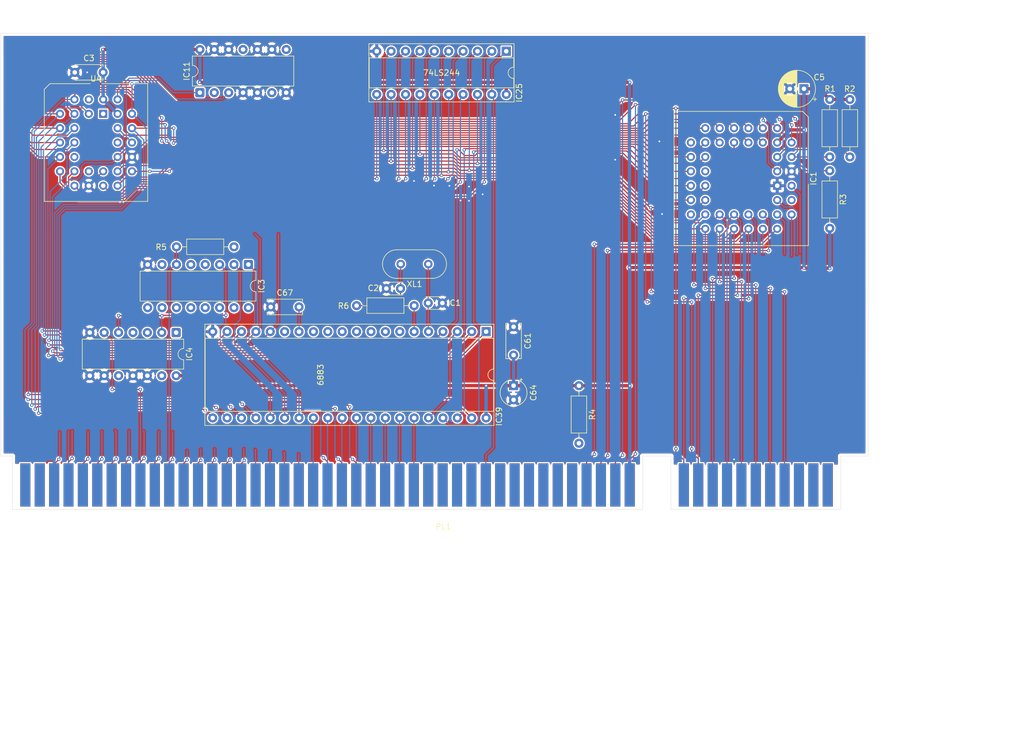
<source format=kicad_pcb>
(kicad_pcb (version 20241229) (generator "pcbnew") (generator_version "9.0")
  (layers (0 "F.Cu" signal) (2 "B.Cu" signal) (13 "F.Paste" user) (15 "B.Paste" user) (5 "F.SilkS" user "F.Silkscreen") (7 "B.SilkS" user "B.Silkscreen") (1 "F.Mask" user) (3 "B.Mask" user) (25 "Edge.Cuts" user))
  (net 0 "")
  (net 1 "Net-(IC39-OSCin)")
  (net 2 "GND")
  (net 3 "Net-(C2-Pad2)")
  (net 4 "+5V")
  (net 5 "/D7")
  (net 6 "/A9")
  (net 7 "/A13")
  (net 8 "/A11")
  (net 9 "/LIC")
  (net 10 "/D1")
  (net 11 "/Q")
  (net 12 "/D0")
  (net 13 "/IRQ")
  (net 14 "/D6")
  (net 15 "/A15")
  (net 16 "/NMI")
  (net 17 "/FIRQ")
  (net 18 "/BUSY")
  (net 19 "/A1")
  (net 21 "/E")
  (net 22 "/AVMA")
  (net 23 "/HALT")
  (net 24 "/BA")
  (net 25 "/RST")
  (net 27 "/A7")
  (net 28 "/A3")
  (net 29 "/A0")
  (net 30 "/D2")
  (net 31 "/R{slash}W")
  (net 32 "/A5")
  (net 33 "/D4")
  (net 34 "/A4")
  (net 36 "/A2")
  (net 37 "/A8")
  (net 38 "/TSC")
  (net 39 "/A12")
  (net 40 "/D5")
  (net 41 "/A10")
  (net 42 "/A6")
  (net 43 "/A14")
  (net 44 "/D3")
  (net 45 "/BS")
  (net 46 "/R2")
  (net 47 "/P1")
  (net 48 "/P0")
  (net 49 "/S1")
  (net 50 "Net-(IC3-E1)")
  (net 51 "/S0")
  (net 53 "/S2")
  (net 54 "/R1")
  (net 55 "Net-(IC3-E2)")
  (net 56 "/P2")
  (net 57 "/R0")
  (net 58 "/D.OUT")
  (net 59 "/EXTMEN")
  (net 62 "Net-(U4-~{OE})")
  (net 66 "/DO6")
  (net 67 "/DO3")
  (net 68 "/DO7")
  (net 69 "/DO5")
  (net 70 "/DO2")
  (net 71 "/DO0")
  (net 72 "/DO4")
  (net 73 "/DO1")
  (net 74 "/Z7")
  (net 75 "/Z6")
  (net 76 "/DA0")
  (net 77 "/Z3")
  (net 78 "/Z4")
  (net 79 "/Z1")
  (net 80 "/Z0")
  (net 81 "/HS")
  (net 82 "/CAS")
  (net 83 "/Z5")
  (net 84 "/RAS")
  (net 85 "/WE")
  (net 86 "Net-(IC39-OSCout)")
  (net 87 "/Z2")
  (net 88 "/VCLK")
  (net 91 "/ROM_SEL")
  (net 94 "/Z8")
  (net 97 "-12V")
  (net 111 "+3.3V")
  (net 113 "-5V")
  (net 114 "/~{FS}")
  (net 117 "+12V")
  (footprint "Capacitor_THT:CP_Radial_D6.3mm_P2.50mm" (layer "F.Cu") (at 184.531 47.879 180)
    (property "Reference" "C5")
    (property "Value" "100uF")
  )
  (footprint "Library:PLCC-44_THT-Socket" (layer "F.Cu") (at 179.8066 64.9986 -90)
    (property "Reference" "IC1")
    (property "Value" "HD63C09")
  )
  (footprint "Capacitor_THT:C_Disc_D6.0mm_W2.5mm_P5.00mm" (layer "F.Cu") (at 133.2738 89.9198 -90)
    (property "Reference" "C61")
    (property "Value" "100n")
  )
  (footprint "Resistor_THT:R_Axial_DIN0207_L6.3mm_D2.5mm_P10.16mm_Horizontal" (layer "F.Cu") (at 83.9216 75.7936 180)
    (property "Reference" "R5")
    (property "Value" "4K7")
  )
  (footprint "Capacitor_THT:C_Disc_D6.0mm_W2.5mm_P5.00mm" (layer "F.Cu") (at 90.4024 86.4108)
    (property "Reference" "C67")
    (property "Value" "47p")
  )
  (footprint "Resistor_THT:R_Axial_DIN0207_L6.3mm_D2.5mm_P10.16mm_Horizontal" (layer "F.Cu") (at 189.0776 59.9186 90)
    (property "Reference" "R1")
    (property "Value" "4K7")
  )
  (footprint "Resistor_THT:R_Axial_DIN0207_L6.3mm_D2.5mm_P10.16mm_Horizontal" (layer "F.Cu") (at 115.7224 86.1822 180)
    (property "Reference" "R6")
    (property "Value" "1K5")
  )
  (footprint "Resistor_THT:R_Axial_DIN0207_L6.3mm_D2.5mm_P10.16mm_Horizontal" (layer "F.Cu") (at 189.0776 62.357 -90)
    (property "Reference" "R3")
    (property "Value" "4K7")
  )
  (footprint "Crystal:Crystal_HC49-U_Vertical" (layer "F.Cu") (at 118.2232 78.8416 180)
    (property "Reference" "XL1")
    (property "Value" "14.31818MHz")
  )
  (footprint "Resistor_THT:R_Axial_DIN0207_L6.3mm_D2.5mm_P10.16mm_Horizontal" (layer "F.Cu") (at 144.8054 100.33 -90)
    (property "Reference" "R4")
    (property "Value" "4K7")
  )
  (footprint "Package_DIP:DIP-14_W7.62mm" (layer "F.Cu") (at 77.9018 48.5648 90)
    (property "Reference" "IC11")
    (property "Value" "74LS08")
  )
  (footprint "Capacitor_THT:C_Disc_D3.0mm_W2.0mm_P2.50mm" (layer "F.Cu") (at 110.8148 83.1596)
    (property "Reference" "C2")
    (property "Value" "33pF")
  )
  (footprint "Package_DIP:DIP-16_W7.62mm" (layer "F.Cu") (at 86.4616 78.9228 -90)
    (property "Reference" "IC3")
    (property "Value" "74LS138")
  )
  (footprint "Library:Card_Edge" (layer "F.Cu") (at 120.8786 120.65)
    (property "Reference" "PL1")
    (property "Value" "~" (hide yes))
    (fp_line (start -76.073 -7.874) (end -76.073 1.524) (stroke (width 0.05)) (layer "Edge.Cuts"))
    (fp_line (start -76.073 1.524) (end 35.179 1.524) (stroke (width 0.05)) (layer "Edge.Cuts"))
    (fp_line (start 35.179 -7.874) (end 40.167 -7.874) (stroke (width 0.05)) (layer "Edge.Cuts"))
    (fp_line (start 35.179 1.524) (end 35.179 -7.874) (stroke (width 0.05)) (layer "Edge.Cuts"))
    (fp_line (start 40.167 -7.874) (end 40.167 1.524) (stroke (width 0.05)) (layer "Edge.Cuts"))
    (fp_line (start 40.167 1.524) (end 70.1294 1.524) (stroke (width 0.05)) (layer "Edge.Cuts"))
    (fp_line (start 70.1294 1.524) (end 70.1294 -7.874) (stroke (width 0.05)) (layer "Edge.Cuts"))
  )
  (footprint "Library:PLCC-32_THT-Socket" (layer "F.Cu") (at 60.833 52.2986)
    (property "Reference" "U4")
    (property "Value" "28C256")
  )
  (footprint "Resistor_THT:R_Axial_DIN0207_L6.3mm_D2.5mm_P10.16mm_Horizontal" (layer "F.Cu") (at 192.6336 59.9186 90)
    (property "Reference" "R2")
    (property "Value" "4K7")
  )
  (footprint "Package_DIP:DIP-20_W7.62mm_Socket" (layer "F.Cu") (at 131.9784 41.2496 -90)
    (property "Reference" "IC25")
    (property "Value" "74LS244")
  )
  (footprint "Package_DIP:DIP-14_W7.62mm" (layer "F.Cu") (at 73.7108 90.937 -90)
    (property "Reference" "IC4")
    (property "Value" "74LS02")
  )
  (footprint "Capacitor_THT:CP_Radial_Tantal_D4.5mm_P2.50mm" (layer "F.Cu") (at 133.2738 100.3192 -90)
    (property "Reference" "C64")
    (property "Value" "4u7")
  )
  (footprint "Capacitor_THT:C_Disc_D4.7mm_W2.5mm_P5.00mm" (layer "F.Cu") (at 55.8184 44.9834)
    (property "Reference" "C3")
    (property "Value" "1uF")
  )
  (footprint "Capacitor_THT:C_Disc_D3.0mm_W2.0mm_P2.50mm" (layer "F.Cu") (at 120.7062 85.725 180)
    (property "Reference" "C1")
    (property "Value" "22pF")
  )
  (footprint "Package_DIP:DIP-40_W15.24mm_Socket" (layer "F.Cu") (at 128.4224 90.7796 -90)
    (property "Reference" "IC39")
    (property "Value" "6883")
  )
  (gr_line (start 44.8138 112.7752) (end 42.7654 112.7752) (stroke (width 0.05)) (layer "Edge.Cuts"))
  (gr_line (start 195.8594 38.0492) (end 42.7482 38.0492) (stroke (width 0.05)) (layer "Edge.Cuts"))
  (gr_line (start 195.8766 112.7768) (end 195.8594 38.0492) (stroke (width 0.05)) (layer "Edge.Cuts"))
  (gr_line (start 42.7482 38.0492) (end 42.7736 112.7752) (stroke (width 0.05)) (layer "Edge.Cuts"))
  (gr_line (start 191.0162 112.7752) (end 195.8766 112.7768) (stroke (width 0.05)) (layer "Edge.Cuts"))
  (segment (start 118.2094 85.7218) (end 118.2062 85.725) (width 0.2) (layer "B.Cu") (net 1))
  (segment (start 118.2062 85.725) (end 118.2062 90.7234) (width 0.2) (layer "B.Cu") (net 1))
  (segment (start 118.2094 78.8554) (end 118.2094 85.7218) (width 0.2) (layer "B.Cu") (net 1))
  (segment (start 118.2232 78.8416) (end 118.2094 78.8554) (width 0.2) (layer "B.Cu") (net 1))
  (segment (start 118.2062 90.7234) (end 118.2624 90.7796) (width 0.2) (layer "B.Cu") (net 1))
  (via (at 172.1866 113.3348) (size 0.6) (drill 0.3) (layers "F.Cu" "B.Cu") (net 2))
  (via (at 159.004 57.1754) (size 0.6) (drill 0.3) (layers "F.Cu" "B.Cu") (net 2))
  (via (at 121.9454 65.024) (size 0.6) (drill 0.3) (layers "F.Cu" "B.Cu") (net 2))
  (via (at 125.3998 67.6656) (size 0.6) (drill 0.3) (layers "F.Cu" "B.Cu") (net 2))
  (via (at 151.2062 52.5018) (size 0.6) (drill 0.3) (layers "F.Cu" "B.Cu") (net 2))
  (via (at 127.8128 66.5226) (size 0.6) (drill 0.3) (layers "F.Cu" "B.Cu") (net 2))
  (via (at 151.2062 60.4012) (size 0.6) (drill 0.3) (layers "F.Cu" "B.Cu") (net 2))
  (via (at 159.4866 70.0024) (size 0.6) (drill 0.3) (layers "F.Cu" "B.Cu") (net 2))
  (via (at 115.697 64.1604) (size 0.6) (drill 0.3) (layers "F.Cu" "B.Cu") (net 2))
  (via (at 123.9012 67.6148) (size 0.6) (drill 0.3) (layers "F.Cu" "B.Cu") (net 2))
  (via (at 119.2276 64.9732) (size 0.6) (drill 0.3) (layers "F.Cu" "B.Cu") (net 2))
  (via (at 125.3998 65.151) (size 0.6) (drill 0.3) (layers "F.Cu" "B.Cu") (net 2))
  (via (at 58.0136 44.9834) (size 0.6) (drill 0.3) (layers "F.Cu" "B.Cu") (net 2))
  (segment (start 113.3148 85.2878) (end 113.3148 83.1596) (width 0.2) (layer "F.Cu") (net 3))
  (segment (start 112.4204 86.1822) (end 113.3148 85.2878) (width 0.2) (layer "F.Cu") (net 3))
  (segment (start 105.5624 86.1822) (end 112.4204 86.1822) (width 0.2) (layer "F.Cu") (net 3))
  (segment (start 113.3294 78.8554) (end 113.3294 83.145) (width 0.2) (layer "B.Cu") (net 3))
  (segment (start 113.3294 83.145) (end 113.3148 83.1596) (width 0.2) (layer "B.Cu") (net 3))
  (segment (start 113.3432 78.8416) (end 113.3294 78.8554) (width 0.2) (layer "B.Cu") (net 3))
  (segment (start 131.9784 46.736) (end 77.851 46.736) (width 0.6) (layer "F.Cu") (net 4))
  (segment (start 187.1726 47.879) (end 184.531 47.879) (width 0.6) (layer "F.Cu") (net 4))
  (segment (start 189.0522 49.7586) (end 187.1726 47.879) (width 0.6) (layer "F.Cu") (net 4))
  (segment (start 133.2738 100.3192) (end 128.4224 100.3192) (width 0.6) (layer "F.Cu") (net 4))
  (segment (start 184.531 79.5528) (end 189.0014 79.5528) (width 0.6) (layer "F.Cu") (net 4))
  (segment (start 184.4294 79.4512) (end 184.531 79.5528) (width 0.6) (layer "F.Cu") (net 4))
  (segment (start 77.9018 40.9448) (end 60.7822 40.9448) (width 0.6) (layer "F.Cu") (net 4))
  (segment (start 192.6336 49.7586) (end 189.0776 49.7586) (width 0.6) (layer "F.Cu") (net 4))
  (segment (start 153.7208 79.4512) (end 184.4294 79.4512) (width 0.6) (layer "F.Cu") (net 4))
  (segment (start 184.531 55.1434) (end 182.0418 55.1434) (width 0.6) (layer "F.Cu") (net 4))
  (segment (start 182.0418 55.1434) (end 179.8066 57.3786) (width 0.6) (layer "F.Cu") (net 4))
  (segment (start 133.2738 100.3192) (end 144.7946 100.3192) (width 0.6) (layer "F.Cu") (net 4))
  (segment (start 75.6716 98.557) (end 73.7108 98.557) (width 0.6) (layer "F.Cu") (net 4))
  (segment (start 144.8054 100.33) (end 153.7716 100.33) (width 0.6) (layer "F.Cu") (net 4))
  (segment (start 128.4224 100.3192) (end 77.4338 100.3192) (width 0.6) (layer "F.Cu") (net 4))
  (segment (start 131.9784 46.736) (end 131.9784 48.8696) (width 0.6) (layer "F.Cu") (net 4))
  (segment (start 189.0014 79.5528) (end 189.0776 79.629) (width 0.6) (layer "F.Cu") (net 4))
  (segment (start 189.0776 49.7586) (end 189.0522 49.7586) (width 0.6) (layer "F.Cu") (net 4))
  (segment (start 153.7716 46.736) (end 131.9784 46.736) (width 0.6) (layer "F.Cu") (net 4))
  (segment (start 77.4338 100.3192) (end 75.6716 98.557) (width 0.6) (layer "F.Cu") (net 4))
  (via (at 128.4224 100.3192) (size 0.6) (drill 0.3) (layers "F.Cu" "B.Cu") (net 4))
  (via (at 184.531 79.5528) (size 0.6) (drill 0.3) (layers "F.Cu" "B.Cu") (net 4))
  (via (at 60.7822 40.9448) (size 0.6) (drill 0.3) (layers "F.Cu" "B.Cu") (net 4))
  (via (at 77.851 46.736) (size 0.6) (drill 0.3) (layers "F.Cu" "B.Cu") (net 4))
  (via (at 184.531 55.1434) (size 0.6) (drill 0.3) (layers "F.Cu" "B.Cu") (net 4))
  (via (at 153.7716 46.736) (size 0.6) (drill 0.3) (layers "F.Cu" "B.Cu") (net 4))
  (via (at 153.7716 100.33) (size 0.6) (drill 0.3) (layers "F.Cu" "B.Cu") (net 4))
  (via (at 153.7208 79.4512) (size 0.6) (drill 0.3) (layers "F.Cu" "B.Cu") (net 4))
  (via (at 189.0776 79.629) (size 0.6) (drill 0.3) (layers "F.Cu" "B.Cu") (net 4))
  (segment (start 77.851 46.736) (end 77.9018 46.6852) (width 0.6) (layer "B.Cu") (net 4))
  (segment (start 184.531 55.1434) (end 184.531 47.879) (width 0.6) (layer "B.Cu") (net 4))
  (segment (start 60.8184 41.1842) (end 60.8184 44.9834) (width 0.6) (layer "B.Cu") (net 4))
  (segment (start 60.833 49.7586) (end 63.373 52.2986) (width 0.6) (layer "B.Cu") (net 4))
  (segment (start 153.7716 46.736) (end 153.7208 46.7868) (width 0.6) (layer "B.Cu") (net 4))
  (segment (start 77.9018 46.6852) (end 77.9018 40.9448) (width 0.6) (layer "B.Cu") (net 4))
  (segment (start 60.7822 41.148) (end 60.8184 41.1842) (width 0.6) (layer "B.Cu") (net 4))
  (segment (start 60.7822 40.9448) (end 60.7822 41.148) (width 0.6) (layer "B.Cu") (net 4))
  (segment (start 133.2738 100.3192) (end 133.2738 94.9198) (width 0.6) (layer "B.Cu") (net 4))
  (segment (start 153.7716 100.33) (end 153.7716 79.502) (width 0.6) (layer "B.Cu") (net 4))
  (segment (start 60.8184 49.744) (end 60.833 49.7586) (width 0.6) (layer "B.Cu") (net 4))
  (segment (start 153.7716 79.502) (end 153.7208 79.4512) (width 0.6) (layer "B.Cu") (net 4))
  (segment (start 153.7716 117.856) (end 153.7716 100.33) (width 0.6) (layer "B.Cu") (net 4))
  (segment (start 128.4224 106.0196) (end 128.4224 100.3192) (width 0.6) (layer "B.Cu") (net 4))
  (segment (start 60.8184 44.9834) (end 60.8184 49.744) (width 0.6) (layer "B.Cu") (net 4))
  (segment (start 153.7208 46.7868) (end 153.7208 79.4512) (width 0.6) (layer "B.Cu") (net 4))
  (segment (start 184.531 79.5528) (end 184.531 55.1434) (width 0.6) (layer "B.Cu") (net 4))
  (segment (start 189.0776 79.629) (end 189.0776 72.517) (width 0.6) (layer "B.Cu") (net 4))
  (segment (start 110.3376 58.7756) (end 74.0918 58.7756) (width 0.2) (layer "F.Cu") (net 5))
  (segment (start 74.0918 58.7756) (end 71.421 61.4464) (width 0.2) (layer "F.Cu") (net 5))
  (segment (start 181.102 83.7438) (end 157.6324 83.7438) (width 0.2) (layer "F.Cu") (net 5))
  (segment (start 157.48 68.8594) (end 165.7858 68.8594) (width 0.2) (layer "F.Cu") (net 5))
  (segment (start 64.3852 61.4464) (end 63.373 62.4586) (width 0.2) (layer "F.Cu") (net 5))
  (segment (start 157.6324 83.7438) (end 157.5816 83.693) (width 0.2) (layer "F.Cu") (net 5))
  (segment (start 157.48 68.8594) (end 157.353 68.8594) (width 0.2) (layer "F.Cu") (net 5))
  (segment (start 157.353 68.8594) (end 148.5594 60.0658) (width 0.2) (layer "F.Cu") (net 5))
  (segment (start 165.7858 68.8594) (end 167.1066 67.5386) (width 0.2) (layer "F.Cu") (net 5))
  (segment (start 148.5594 60.0658) (end 123.8452 60.0658) (width 0.2) (layer "F.Cu") (net 5))
  (segment (start 123.8452 60.0658) (end 122.555 58.7756) (width 0.2) (layer "F.Cu") (net 5))
  (segment (start 122.555 58.7756) (end 110.3376 58.7756) (width 0.2) (layer "F.Cu") (net 5))
  (segment (start 71.421 61.4464) (end 64.3852 61.4464) (width 0.2) (layer "F.Cu") (net 5))
  (via (at 157.5816 83.693) (size 0.6) (drill 0.3) (layers "F.Cu" "B.Cu") (net 5))
  (via (at 157.48 68.8594) (size 0.6) (drill 0.3) (layers "F.Cu" "B.Cu") (net 5))
  (via (at 110.3376 58.7756) (size 0.6) (drill 0.3) (layers "F.Cu" "B.Cu") (net 5))
  (via (at 181.102 83.7438) (size 0.6) (drill 0.3) (layers "F.Cu" "B.Cu") (net 5))
  (segment (start 157.5816 83.693) (end 157.5816 68.961) (width 0.2) (layer "B.Cu") (net 5))
  (segment (start 157.5816 68.961) (end 157.48 68.8594) (width 0.2) (layer "B.Cu") (net 5))
  (segment (start 181.102 96.774) (end 181.102 83.7438) (width 0.2) (layer "B.Cu") (net 5))
  (segment (start 110.3376 42.5704) (end 110.3376 58.7756) (width 0.2) (layer "B.Cu") (net 5))
  (segment (start 111.6584 41.2496) (end 110.3376 42.5704) (width 0.2) (layer "B.Cu") (net 5))
  (segment (start 181.102 117.856) (end 181.102 96.774) (width 0.2) (layer "B.Cu") (net 5))
  (segment (start 166.0906 58.3946) (end 167.1066 57.3786) (width 0.2) (layer "F.Cu") (net 6))
  (segment (start 51.9176 94.234) (end 52.217 94.5334) (width 0.2) (layer "F.Cu") (net 6))
  (segment (start 97.204916 56.4588) (end 156.3062 56.4588) (width 0.2) (layer "F.Cu") (net 6))
  (segment (start 72.5253 56.0832) (end 72.9019 56.4598) (width 0.2) (layer "F.Cu") (net 6))
  (segment (start 156.3062 56.4588) (end 158.242 58.3946) (width 0.2) (layer "F.Cu") (net 6))
  (segment (start 158.242 58.3946) (end 166.0906 58.3946) (width 0.2) (layer "F.Cu") (net 6))
  (segment (start 64.6176 56.0832) (end 72.5253 56.0832) (width 0.2) (layer "F.Cu") (net 6))
  (segment (start 52.217 94.5334) (end 119.5886 94.5334) (width 0.2) (layer "F.Cu") (net 6))
  (segment (start 63.373 54.8386) (end 64.6176 56.0832) (width 0.2) (layer "F.Cu") (net 6))
  (segment (start 72.9019 56.4598) (end 97.203916 56.4598) (width 0.2) (layer "F.Cu") (net 6))
  (segment (start 119.5886 94.5334) (end 123.3424 90.7796) (width 0.2) (layer "F.Cu") (net 6))
  (segment (start 97.203916 56.4598) (end 97.204916 56.4588) (width 0.2) (layer "F.Cu") (net 6))
  (via (at 51.9176 94.234) (size 0.6) (drill 0.3) (layers "F.Cu" "B.Cu") (net 6))
  (segment (start 64.3852 55.8508) (end 63.373 54.8386) (width 0.2) (layer "B.Cu") (net 6))
  (segment (start 53.7972 68.326) (end 63.7032 68.326) (width 0.2) (layer "B.Cu") (net 6))
  (segment (start 63.7032 68.326) (end 64.3852 67.644) (width 0.2) (layer "B.Cu") (net 6))
  (segment (start 51.9176 94.234) (end 52.27 93.8816) (width 0.2) (layer "B.Cu") (net 6))
  (segment (start 52.27 69.8532) (end 53.7972 68.326) (width 0.2) (layer "B.Cu") (net 6))
  (segment (start 52.27 93.8816) (end 52.27 69.8532) (width 0.2) (layer "B.Cu") (net 6))
  (segment (start 64.3852 67.644) (end 64.3852 55.8508) (width 0.2) (layer "B.Cu") (net 6))
  (segment (start 124.5616 58.6628) (end 124.5616 58.4638) (width 0.2) (layer "F.Cu") (net 7))
  (segment (start 125.0696 58.4638) (end 153.7138 58.4638) (width 0.2) (layer "F.Cu") (net 7))
  (segment (start 153.7138 58.4638) (end 160.2486 64.9986) (width 0.2) (layer "F.Cu") (net 7))
  (segment (start 160.2486 64.9986) (end 164.5666 64.9986) (width 0.2) (layer "F.Cu") (net 7))
  (segment (start 124.5616 58.4638) (end 125.0696 58.4638) (width 0.2) (layer "F.Cu") (net 7))
  (via (at 124.5616 58.6628) (size 0.6) (drill 0.3) (layers "F.Cu" "B.Cu") (net 7))
  (segment (start 124.5616 104.8004) (end 123.3424 106.0196) (width 0.2) (layer "B.Cu") (net 7))
  (segment (start 124.5616 58.6628) (end 124.5616 104.8004) (width 0.2) (layer "B.Cu") (net 7))
  (segment (start 53.2384 95.5706) (end 53.4374 95.3716) (width 0.2) (layer "F.Cu") (net 8))
  (segment (start 165.989 61.0362) (end 167.1066 59.9186) (width 0.2) (layer "F.Cu") (net 8))
  (segment (start 73.244455 57.4608) (end 73.444455 57.2608) (width 0.2) (layer "F.Cu") (net 8))
  (segment (start 59.1766 95.3716) (end 59.182 95.377) (width 0.2) (layer "F.Cu") (net 8))
  (segment (start 159.258 61.0362) (end 165.989 61.0362) (width 0.2) (layer "F.Cu") (net 8))
  (segment (start 155.4826 57.2608) (end 159.258 61.0362) (width 0.2) (layer "F.Cu") (net 8))
  (segment (start 53.4374 95.3716) (end 59.1766 95.3716) (width 0.2) (layer "F.Cu") (net 8))
  (segment (start 123.825 95.377) (end 128.4224 90.7796) (width 0.2) (layer "F.Cu") (net 8))
  (segment (start 59.182 95.377) (end 123.825 95.377) (width 0.2) (layer "F.Cu") (net 8))
  (segment (start 73.279 54.8386) (end 65.913 54.8386) (width 0.2) (layer "F.Cu") (net 8))
  (segment (start 73.444455 57.2608) (end 155.4826 57.2608) (width 0.2) (layer "F.Cu") (net 8))
  (via (at 73.244455 57.4608) (size 0.6) (drill 0.3) (layers "F.Cu" "B.Cu") (net 8))
  (via (at 73.279 54.8386) (size 0.6) (drill 0.3) (layers "F.Cu" "B.Cu") (net 8))
  (via (at 53.2384 95.5706) (size 0.6) (drill 0.3) (layers "F.Cu" "B.Cu") (net 8))
  (segment (start 52.671 94.996) (end 52.671 70.0193) (width 0.2) (layer "B.Cu") (net 8))
  (segment (start 73.279 57.426255) (end 73.244455 57.4608) (width 0.2) (layer "B.Cu") (net 8))
  (segment (start 63.8693 68.727) (end 67.9958 64.6005) (width 0.2) (layer "B.Cu") (net 8))
  (segment (start 53.9633 68.727) (end 63.8693 68.727) (width 0.2) (layer "B.Cu") (net 8))
  (segment (start 53.2384 95.5706) (end 53.2384 95.5634) (width 0.2) (layer "B.Cu") (net 8))
  (segment (start 73.279 54.8386) (end 73.279 57.426255) (width 0.2) (layer "B.Cu") (net 8))
  (segment (start 53.2384 95.5634) (end 52.671 94.996) (width 0.2) (layer "B.Cu") (net 8))
  (segment (start 67.9958 64.6005) (end 67.9958 56.9214) (width 0.2) (layer "B.Cu") (net 8))
  (segment (start 67.9958 56.9214) (end 65.913 54.8386) (width 0.2) (layer "B.Cu") (net 8))
  (segment (start 52.671 70.0193) (end 53.9633 68.727) (width 0.2) (layer "B.Cu") (net 8))
  (segment (start 171.1744 72.522267) (end 171.1744 71.0908) (width 0.2) (layer "F.Cu") (net 10))
  (segment (start 64.2503 66.8474) (end 66.3893 64.7084) (width 0.2) (layer "F.Cu") (net 10))
  (segment (start 146.8701 62.9266) (end 147.5345 62.9266) (width 0.2) (layer "F.Cu") (net 10))
  (segment (start 122.8691 61.9252) (end 123.8257 62.8818) (width 0.2) (layer "F.Cu") (net 10))
  (segment (start 71.6979 64.7084) (end 74.4811 61.9252) (width 0.2) (layer "F.Cu") (net 10))
  (segment (start 171.1744 71.0908) (end 172.1866 70.0786) (width 0.2) (layer "F.Cu") (net 10))
  (segment (start 165.8874 84.3438) (end 172.7962 84.3438) (width 0.2) (layer "F.Cu") (net 10))
  (segment (start 146.8253 62.8818) (end 146.8701 62.9266) (width 0.2) (layer "F.Cu") (net 10))
  (segment (start 115.3922 61.9252) (end 122.8691 61.9252) (width 0.2) (layer "F.Cu") (net 10))
  (segment (start 74.4811 61.9252) (end 115.3922 61.9252) (width 0.2) (layer "F.Cu") (net 10))
  (segment (start 66.3893 64.7084) (end 71.6979 64.7084) (width 0.2) (layer "F.Cu") (net 10))
  (segment (start 123.8257 62.8818) (end 146.8253 62.8818) (width 0.2) (layer "F.Cu") (net 10))
  (segment (start 147.5345 62.9266) (end 158.6397 74.0318) (width 0.2) (layer "F.Cu") (net 10))
  (segment (start 158.6397 74.0318) (end 169.664867 74.0318) (width 0.2) (layer "F.Cu") (net 10))
  (segment (start 55.753 64.9986) (end 57.6018 66.8474) (width 0.2) (layer "F.Cu") (net 10))
  (segment (start 169.664867 74.0318) (end 171.1744 72.522267) (width 0.2) (layer "F.Cu") (net 10))
  (segment (start 57.6018 66.8474) (end 64.2503 66.8474) (width 0.2) (layer "F.Cu") (net 10))
  (via (at 115.3922 61.9252) (size 0.6) (drill 0.3) (layers "F.Cu" "B.Cu") (net 10))
  (via (at 172.7962 84.3438) (size 0.6) (drill 0.3) (layers "F.Cu" "B.Cu") (net 10))
  (via (at 165.8874 84.3438) (size 0.6) (drill 0.3) (layers "F.Cu" "B.Cu") (net 10))
  (segment (start 165.862 117.856) (end 165.862 96.3676) (width 0.2) (layer "B.Cu") (net 10))
  (segment (start 165.862 96.3676) (end 165.862 84.3692) (width 0.2) (layer "B.Cu") (net 10))
  (segment (start 115.443 42.545) (end 115.443 61.8744) (width 0.2) (layer "B.Cu") (net 10))
  (segment (start 173.355 81.0768) (end 173.355 71.247) (width 0.2) (layer "B.Cu") (net 10))
  (segment (start 172.7962 84.3438) (end 172.813 84.327) (width 0.2) (layer "B.Cu") (net 10))
  (segment (start 165.862 84.3692) (end 165.8874 84.3438) (width 0.2) (layer "B.Cu") (net 10))
  (segment (start 172.813 81.6188) (end 173.355 81.0768) (width 0.2) (layer "B.Cu") (net 10))
  (segment (start 172.813 84.327) (end 172.813 81.6188) (width 0.2) (layer "B.Cu") (net 10))
  (segment (start 115.443 61.8744) (end 115.3922 61.9252) (width 0.2) (layer "B.Cu") (net 10))
  (segment (start 173.355 71.247) (end 172.1866 70.0786) (width 0.2) (layer "B.Cu") (net 10))
  (segment (start 116.7384 41.2496) (end 115.443 42.545) (width 0.2) (layer "B.Cu") (net 10))
  (segment (start 147.2184 112.7506) (end 147.5486 112.4204) (width 0.2) (layer "F.Cu") (net 11))
  (segment (start 146.1516 113.8174) (end 147.2184 112.7506) (width 0.2) (layer "F.Cu") (net 11))
  (segment (start 177.0888 75.3364) (end 179.8066 72.6186) (width 0.2) (layer "F.Cu") (net 11))
  (segment (start 147.5232 75.3364) (end 177.0888 75.3364) (width 0.2) (layer "F.Cu") (net 11))
  (segment (start 146.1516 117.856) (end 146.1516 113.8174) (width 0.2) (layer "F.Cu") (net 11))
  (via (at 147.5232 75.3364) (size 0.6) (drill 0.3) (layers "F.Cu" "B.Cu") (net 11))
  (via (at 147.5486 112.4204) (size 0.6) (drill 0.3) (layers "F.Cu" "B.Cu") (net 11))
  (segment (start 147.5232 112.395) (end 147.5232 75.3364) (width 0.2) (layer "B.Cu") (net 11))
  (segment (start 147.5486 112.4204) (end 147.5232 112.395) (width 0.2) (layer "B.Cu") (net 11))
  (segment (start 146.8701 63.7286) (end 147.2023 63.7286) (width 0.2) (layer "F.Cu") (net 12))
  (segment (start 66.7215 65.5104) (end 72.0301 65.5104) (width 0.2) (layer "F.Cu") (net 12))
  (segment (start 158.0726 74.5989) (end 158.3075 74.8338) (width 0.2) (layer "F.Cu") (net 12))
  (segment (start 120.5484 63.1602) (end 121.517657 63.1602) (width 0.2) (layer "F.Cu") (net 12))
  (segment (start 170.5385 74.8338) (end 172.5114 74.8338) (width 0.2) (layer "F.Cu") (net 12))
  (segment (start 64.5825 67.6494) (end 66.7215 65.5104) (width 0.2) (layer "F.Cu") (net 12))
  (segment (start 122.9699 63.1602) (end 123.2586 63.4489) (width 0.2) (layer "F.Cu") (net 12))
  (segment (start 123.2586 63.4489) (end 123.4935 63.6838) (width 0.2) (layer "F.Cu") (net 12))
  (segment (start 53.213 64.457167) (end 56.405233 67.6494) (width 0.2) (layer "F.Cu") (net 12))
  (segment (start 163.322 84.8868) (end 163.3982 84.963) (width 0.2) (layer "F.Cu") (net 12))
  (segment (start 123.5456 63.7286) (end 146.5379 63.7286) (width 0.2) (layer "F.Cu") (net 12))
  (segment (start 170.2063 74.8338) (end 170.5385 74.8338) (width 0.2) (layer "F.Cu") (net 12))
  (segment (start 53.213 62.4586) (end 53.213 64.457167) (width 0.2) (layer "F.Cu") (net 12))
  (segment (start 121.518657 63.1612) (end 122.016543 63.1612) (width 0.2) (layer "F.Cu") (net 12))
  (segment (start 146.5379 63.7286) (end 146.8701 63.7286) (width 0.2) (layer "F.Cu") (net 12))
  (segment (start 158.3075 74.8338) (end 158.6397 74.8338) (width 0.2) (layer "F.Cu") (net 12))
  (segment (start 123.4935 63.6838) (end 123.5008 63.6838) (width 0.2) (layer "F.Cu") (net 12))
  (segment (start 147.2023 63.7286) (end 158.0726 74.5989) (width 0.2) (layer "F.Cu") (net 12))
  (segment (start 172.5114 74.8338) (end 174.7266 72.6186) (width 0.2) (layer "F.Cu") (net 12))
  (segment (start 56.405233 67.6494) (end 64.5825 67.6494) (width 0.2) (layer "F.Cu") (net 12))
  (segment (start 163.3982 84.963) (end 174.752 84.963) (width 0.2) (layer "F.Cu") (net 12))
  (segment (start 121.517657 63.1602) (end 121.518657 63.1612) (width 0.2) (layer "F.Cu") (net 12))
  (segment (start 122.017543 63.1602) (end 122.9699 63.1602) (width 0.2) (layer "F.Cu") (net 12))
  (segment (start 74.3803 63.1602) (end 120.5484 63.1602) (width 0.2) (layer "F.Cu") (net 12))
  (segment (start 72.0301 65.5104) (end 74.3803 63.1602) (width 0.2) (layer "F.Cu") (net 12))
  (segment (start 122.016543 63.1612) (end 122.017543 63.1602) (width 0.2) (layer "F.Cu") (net 12))
  (segment (start 123.5008 63.6838) (end 123.5456 63.7286) (width 0.2) (layer "F.Cu") (net 12))
  (segment (start 158.6397 74.8338) (end 170.2063 74.8338) (width 0.2) (layer "F.Cu") (net 12))
  (via (at 163.322 84.8868) (size 0.6) (drill 0.3) (layers "F.Cu" "B.Cu") (net 12))
  (via (at 174.752 84.963) (size 0.6) (drill 0.3) (layers "F.Cu" "B.Cu") (net 12))
  (via (at 120.5484 63.1602) (size 0.6) (drill 0.3) (layers "F.Cu" "B.Cu") (net 12))
  (segment (start 120.5484 63.1602) (end 120.5484 42.5196) (width 0.2) (layer "B.Cu") (net 12))
  (segment (start 174.752 84.963) (end 174.752 84.5566) (width 0.2) (layer "B.Cu") (net 12))
  (segment (start 163.322 117.856) (end 163.322 96.1644) (width 0.2) (layer "B.Cu") (net 12))
  (segment (start 174.7266 84.5312) (end 174.7266 72.6186) (width 0.2) (layer "B.Cu") (net 12))
  (segment (start 120.5484 42.5196) (end 121.8184 41.2496) (width 0.2) (layer "B.Cu") (net 12))
  (segment (start 174.752 84.5566) (end 174.7266 84.5312) (width 0.2) (layer "B.Cu") (net 12))
  (segment (start 163.322 96.1644) (end 163.322 84.8868) (width 0.2) (layer "B.Cu") (net 12))
  (segment (start 182.9816 53.1876) (end 176.3268 46.5328) (width 0.2) (layer "F.Cu") (net 13))
  (segment (start 176.3268 46.5328) (end 158.2674 46.5328) (width 0.2) (layer "F.Cu") (net 13))
  (segment (start 182.3466 59.9186) (end 189.0776 59.9186) (width 0.2) (layer "F.Cu") (net 13))
  (via (at 182.9816 53.1876) (size 0.6) (drill 0.3) (layers "F.Cu" "B.Cu") (net 13))
  (segment (start 92.8116 112.141) (end 92.71 112.0394) (width 0.2) (layer "B.Cu") (net 13))
  (segment (start 183.3588 58.9064) (end 183.3588 53.5648) (width 0.2) (layer "B.Cu") (net 13))
  (segment (start 92.8116 117.856) (end 92.8116 112.141) (width 0.2) (layer "B.Cu") (net 13))
  (segment (start 183.3588 53.5648) (end 182.9816 53.1876) (width 0.2) (layer "B.Cu") (net 13))
  (segment (start 182.3466 59.9186) (end 183.3588 58.9064) (width 0.2) (layer "B.Cu") (net 13))
  (segment (start 147.4099 61.6678) (end 158.3607 72.6186) (width 0.2) (layer "F.Cu") (net 14))
  (segment (start 158.3607 72.6186) (end 167.1066 72.6186) (width 0.2) (layer "F.Cu") (net 14))
  (segment (start 69.0626 62.4586) (end 65.913 62.4586) (width 0.2) (layer "F.Cu") (net 14))
  (segment (start 74.3204 60.6552) (end 111.633 60.6552) (width 0.2) (layer "F.Cu") (net 14))
  (segment (start 122.7333 60.6552) (end 123.7459 61.6678) (width 0.2) (layer "F.Cu") (net 14))
  (segment (start 72.517 62.4586) (end 74.3204 60.6552) (width 0.2) (layer "F.Cu") (net 14))
  (segment (start 123.7459 61.6678) (end 147.4099 61.6678) (width 0.2) (layer "F.Cu") (net 14))
  (segment (start 178.6128 83.1438) (end 167.132 83.1438) (width 0.2) (layer "F.Cu") (net 14))
  (segment (start 111.633 60.6552) (end 122.7333 60.6552) (width 0.2) (layer "F.Cu") (net 14))
  (via (at 167.132 83.1438) (size 0.6) (drill 0.3) (layers "F.Cu" "B.Cu") (net 14))
  (via (at 111.633 60.6552) (size 0.6) (drill 0.3) (layers "F.Cu" "B.Cu") (net 14))
  (via (at 178.6128 83.1438) (size 0.6) (drill 0.3) (layers "F.Cu" "B.Cu") (net 14))
  (via (at 72.517 62.4586) (size 0.6) (drill 0.3) (layers "F.Cu" "B.Cu") (net 14))
  (via (at 69.0626 62.4586) (size 0.6) (drill 0.3) (layers "F.Cu" "B.Cu") (net 14))
  (segment (start 178.562 117.856) (end 178.562 96.8502) (width 0.2) (layer "B.Cu") (net 14))
  (segment (start 111.6584 48.8696) (end 111.6584 60.6298) (width 0.2) (layer "B.Cu") (net 14))
  (segment (start 178.562 96.8502) (end 178.562 83.1946) (width 0.2) (layer "B.Cu") (net 14))
  (segment (start 167.132 83.1438) (end 167.1066 83.1184) (width 0.2) (layer "B.Cu") (net 14))
  (segment (start 72.517 62.4586) (end 69.0626 62.4586) (width 0.2) (layer "B.Cu") (net 14))
  (segment (start 167.1066 83.1184) (end 167.1066 72.6186) (width 0.2) (layer "B.Cu") (net 14))
  (segment (start 111.6584 60.6298) (end 111.633 60.6552) (width 0.2) (layer "B.Cu") (net 14))
  (segment (start 178.562 83.1946) (end 178.6128 83.1438) (width 0.2) (layer "B.Cu") (net 14))
  (segment (start 123.290728 58.6628) (end 123.5964 58.6628) (width 0.2) (layer "F.Cu") (net 15))
  (segment (start 123.5964 58.6628) (end 124.5982 59.6646) (width 0.2) (layer "F.Cu") (net 15))
  (segment (start 126.8136 59.2922) (end 126.84 59.2658) (width 0.2) (layer "F.Cu") (net 15))
  (segment (start 126.8136 59.312743) (end 126.8136 59.2922) (width 0.2) (layer "F.Cu") (net 15))
  (segment (start 126.461543 59.6648) (end 126.8136 59.312743) (width 0.2) (layer "F.Cu") (net 15))
  (segment (start 160.8836 67.5386) (end 164.5666 67.5386) (width 0.2) (layer "F.Cu") (net 15))
  (segment (start 125.963457 59.6646) (end 125.963657 59.6648) (width 0.2) (layer "F.Cu") (net 15))
  (segment (start 126.84 59.2658) (end 152.6108 59.2658) (width 0.2) (layer "F.Cu") (net 15))
  (segment (start 152.6108 59.2658) (end 160.8836 67.5386) (width 0.2) (layer "F.Cu") (net 15))
  (segment (start 124.5982 59.6646) (end 125.963457 59.6646) (width 0.2) (layer "F.Cu") (net 15))
  (segment (start 125.963657 59.6648) (end 126.461543 59.6648) (width 0.2) (layer "F.Cu") (net 15))
  (via (at 123.290728 58.6628) (size 0.6) (drill 0.3) (layers "F.Cu" "B.Cu") (net 15))
  (segment (start 122.047 90.0176) (end 122.047 102.235) (width 0.2) (layer "B.Cu") (net 15))
  (segment (start 123.290728 88.773872) (end 122.047 90.0176) (width 0.2) (layer "B.Cu") (net 15))
  (segment (start 123.290728 58.6628) (end 123.290728 88.773872) (width 0.2) (layer "B.Cu") (net 15))
  (segment (start 122.047 102.235) (end 118.2624 106.0196) (width 0.2) (layer "B.Cu") (net 15))
  (segment (start 173.752667 49.3776) (end 157.7086 49.3776) (width 0.2) (layer "F.Cu") (net 16))
  (segment (start 177.3428 53.467) (end 177.3428 52.967733) (width 0.2) (layer "F.Cu") (net 16))
  (segment (start 177.3428 52.967733) (end 173.752667 49.3776) (width 0.2) (layer "F.Cu") (net 16))
  (segment (start 179.8066 62.4586) (end 181.229 61.0362) (width 0.2) (layer "F.Cu") (net 16))
  (segment (start 184.912 62.357) (end 189.0776 62.357) (width 0.2) (layer "F.Cu") (net 16))
  (segment (start 181.229 61.0362) (end 183.5912 61.0362) (width 0.2) (layer "F.Cu") (net 16))
  (segment (start 183.5912 61.0362) (end 184.912 62.357) (width 0.2) (layer "F.Cu") (net 16))
  (via (at 177.3428 53.467) (size 0.6) (drill 0.3) (layers "F.Cu" "B.Cu") (net 16))
  (segment (start 87.7316 117.856) (end 87.7316 111.7092) (width 0.2) (layer "B.Cu") (net 16))
  (segment (start 87.7316 111.7092) (end 87.63 111.6076) (width 0.2) (layer "B.Cu") (net 16))
  (segment (start 178.2788 54.403) (end 177.3428 53.467) (width 0.2) (layer "B.Cu") (net 16))
  (segment (start 178.2788 60.9308) (end 178.2788 54.403) (width 0.2) (layer "B.Cu") (net 16))
  (segment (start 179.8066 62.4586) (end 178.2788 60.9308) (width 0.2) (layer "B.Cu") (net 16))
  (segment (start 181.102 58.6232) (end 191.3382 58.6232) (width 0.2) (layer "F.Cu") (net 17))
  (segment (start 180.213 53.3146) (end 175.0822 48.1838) (width 0.2) (layer "F.Cu") (net 17))
  (segment (start 191.3382 58.6232) (end 192.6336 59.9186) (width 0.2) (layer "F.Cu") (net 17))
  (segment (start 175.0822 48.1838) (end 157.7848 48.1838) (width 0.2) (layer "F.Cu") (net 17))
  (segment (start 179.8066 59.9186) (end 181.102 58.6232) (width 0.2) (layer "F.Cu") (net 17))
  (via (at 180.213 53.3146) (size 0.6) (drill 0.3) (layers "F.Cu" "B.Cu") (net 17))
  (segment (start 180.8188 53.9204) (end 180.213 53.3146) (width 0.2) (layer "B.Cu") (net 17))
  (segment (start 180.8188 58.9064) (end 180.8188 53.9204) (width 0.2) (layer "B.Cu") (net 17))
  (segment (start 179.8066 59.9186) (end 180.8188 58.9064) (width 0.2) (layer "B.Cu") (net 17))
  (segment (start 90.2716 117.856) (end 90.2716 111.8108) (width 0.2) (layer "B.Cu") (net 17))
  (segment (start 90.2716 111.8108) (end 90.297 111.7854) (width 0.2) (layer "B.Cu") (net 17))
  (segment (start 82.6516 113.9952) (end 83.2104 113.4364) (width 0.2) (layer "F.Cu") (net 18))
  (segment (start 82.6516 117.856) (end 82.6516 113.9952) (width 0.2) (layer "F.Cu") (net 18))
  (via (at 83.2104 113.4364) (size 0.6) (drill 0.3) (layers "F.Cu" "B.Cu") (net 18))
  (segment (start 83.2104 113.4364) (end 83.2104 111.6076) (width 0.2) (layer "B.Cu") (net 18))
  (segment (start 177.2666 77.0128) (end 177.292 77.0382) (width 0.2) (layer "B.Cu") (net 18))
  (segment (start 177.2666 72.6186) (end 177.2666 77.0128) (width 0.2) (layer "B.Cu") (net 18))
  (segment (start 54.1674 93.1818) (end 85.3802 93.1818) (width 0.2) (layer "F.Cu") (net 19))
  (segment (start 76.6217 53.6518) (end 151.8088 53.6518) (width 0.2) (layer "F.Cu") (net 19))
  (segment (start 153.7716 113.3856) (end 154.7876 112.3696) (width 0.2) (layer "F.Cu") (net 19))
  (segment (start 151.8088 53.6518) (end 154.7876 50.673) (width 0.2) (layer "F.Cu") (net 19))
  (segment (start 171.992467 50.673) (end 175.7388 54.419333) (width 0.2) (layer "F.Cu") (net 19))
  (segment (start 175.7388 55.8508) (end 177.2666 57.3786) (width 0.2) (layer "F.Cu") (net 19))
  (segment (start 54.5338 58.5978) (end 48.7001 58.5978) (width 0.2) (layer "F.Cu") (net 19))
  (segment (start 45.8924 45.3019) (end 48.9125 42.2818) (width 0.2) (layer "F.Cu") (net 19))
  (segment (start 45.8924 55.7901) (end 45.8924 45.3019) (width 0.2) (layer "F.Cu") (net 19))
  (segment (start 154.7876 50.673) (end 171.992467 50.673) (width 0.2) (layer "F.Cu") (net 19))
  (segment (start 48.7001 58.5978) (end 45.8924 55.7901) (width 0.2) (layer "F.Cu") (net 19))
  (segment (start 51.269 92.3036) (end 53.2892 92.3036) (width 0.2) (layer "F.Cu") (net 19))
  (segment (start 48.9125 42.2818) (end 65.2517 42.2818) (width 0.2) (layer "F.Cu") (net 19))
  (segment (start 85.3802 93.1818) (end 87.7824 90.7796) (width 0.2) (layer "F.Cu") (net 19))
  (segment (start 65.2517 42.2818) (end 76.6217 53.6518) (width 0.2) (layer "F.Cu") (net 19))
  (segment (start 175.7388 54.419333) (end 175.7388 55.8508) (width 0.2) (layer "F.Cu") (net 19))
  (segment (start 153.7716 117.856) (end 153.7716 113.3856) (width 0.2) (layer "F.Cu") (net 19))
  (segment (start 55.753 57.3786) (end 54.5338 58.5978) (width 0.2) (layer "F.Cu") (net 19))
  (segment (start 53.2892 92.3036) (end 54.1674 93.1818) (width 0.2) (layer "F.Cu") (net 19))
  (via (at 154.7876 50.673) (size 0.6) (drill 0.3) (layers "F.Cu" "B.Cu") (net 19))
  (via (at 154.7876 112.3696) (size 0.6) (drill 0.3) (layers "F.Cu" "B.Cu") (net 19))
  (via (at 51.269 92.3036) (size 0.6) (drill 0.3) (layers "F.Cu" "B.Cu") (net 19))
  (segment (start 51.468 92.1046) (end 51.269 92.3036) (width 0.2) (layer "B.Cu") (net 19))
  (segment (start 55.753 57.3786) (end 54.4576 58.674) (width 0.2) (layer "B.Cu") (net 19))
  (segment (start 88.5444 74.4474) (end 87.6046 73.5076) (width 0.2) (layer "B.Cu") (net 19))
  (segment (start 51.468 73.2612) (end 51.468 92.1046) (width 0.2) (layer "B.Cu") (net 19))
  (segment (start 154.7876 112.3696) (end 154.7876 50.673) (width 0.2) (layer "B.Cu") (net 19))
  (segment (start 54.4576 63.0428) (end 51.468 66.0324) (width 0.2) (layer "B.Cu") (net 19))
  (segment (start 87.7824 90.7796) (end 88.5444 90.0176) (width 0.2) (layer "B.Cu") (net 19))
  (segment (start 54.4576 58.674) (end 54.4576 63.0428) (width 0.2) (layer "B.Cu") (net 19))
  (segment (start 88.5444 90.0176) (end 88.5444 74.4474) (width 0.2) (layer "B.Cu") (net 19))
  (segment (start 51.468 66.0324) (end 51.468 73.2612) (width 0.2) (layer "B.Cu") (net 19))
  (segment (start 178.2572 76.454) (end 149.86 76.454) (width 0.2) (layer "F.Cu") (net 21))
  (segment (start 148.6916 113.8428) (end 149.8854 112.649) (width 0.2) (layer "F.Cu") (net 21))
  (segment (start 148.6916 117.856) (end 148.6916 113.8428) (width 0.2) (layer "F.Cu") (net 21))
  (via (at 149.86 76.454) (size 0.6) (drill 0.3) (layers "F.Cu" "B.Cu") (net 21))
  (via (at 149.8854 112.649) (size 0.6) (drill 0.3) (layers "F.Cu" "B.Cu") (net 21))
  (via (at 178.2572 76.454) (size 0.6) (drill 0.3) (layers "F.Cu" "B.Cu") (net 21))
  (segment (start 178.2788 71.0908) (end 178.2788 76.4324) (width 0.2) (layer "B.Cu") (net 21))
  (segment (start 177.2666 70.0786) (end 178.2788 71.0908) (width 0.2) (layer "B.Cu") (net 21))
  (segment (start 178.2788 76.4324) (end 178.2572 76.454) (width 0.2) (layer "B.Cu") (net 21))
  (segment (start 149.8854 76.4794) (end 149.86 76.454) (width 0.2) (layer "B.Cu") (net 21))
  (segment (start 149.8854 112.649) (end 149.8854 76.4794) (width 0.2) (layer "B.Cu") (net 21))
  (segment (start 95.4024 86.4108) (end 95.4024 90.7796) (width 0.2) (layer "B.Cu") (net 21))
  (segment (start 85.1916 114.0968) (end 85.7504 113.538) (width 0.2) (layer "F.Cu") (net 22))
  (segment (start 85.1916 117.856) (end 85.1916 114.0968) (width 0.2) (layer "F.Cu") (net 22))
  (via (at 85.7504 113.538) (size 0.6) (drill 0.3) (layers "F.Cu" "B.Cu") (net 22))
  (segment (start 182.3466 70.0786) (end 182.3466 77.343) (width 0.2) (layer "B.Cu") (net 22))
  (segment (start 182.3466 77.343) (end 182.2958 77.3938) (width 0.2) (layer "B.Cu") (net 22))
  (segment (start 85.6488 113.4364) (end 85.6488 111.4552) (width 0.2) (layer "B.Cu") (net 22))
  (segment (start 85.7504 113.538) (end 85.6488 113.4364) (width 0.2) (layer "B.Cu") (net 22))
  (segment (start 182.3466 64.9986) (end 183.8452 66.4972) (width 0.2) (layer "B.Cu") (net 23))
  (segment (start 183.8452 66.4972) (end 183.8452 76.835) (width 0.2) (layer "B.Cu") (net 23))
  (segment (start 179.8066 54.8386) (end 173.9138 48.9458) (width 0.2) (layer "F.Cu") (net 24))
  (segment (start 77.5716 117.856) (end 77.5716 113.9952) (width 0.2) (layer "F.Cu") (net 24))
  (segment (start 173.9138 48.9458) (end 157.5562 48.9458) (width 0.2) (layer "F.Cu") (net 24))
  (segment (start 77.5716 113.9952) (end 78.0542 113.5126) (width 0.2) (layer "F.Cu") (net 24))
  (via (at 78.0542 113.5126) (size 0.6) (drill 0.3) (layers "F.Cu" "B.Cu") (net 24))
  (segment (start 78.0542 111.5314) (end 78.0542 111.5568) (width 0.2) (layer "B.Cu") (net 24))
  (segment (start 78.0542 113.5126) (end 78.0542 111.5314) (width 0.2) (layer "B.Cu") (net 24))
  (segment (start 95.3516 112.395) (end 95.3262 112.3696) (width 0.2) (layer "B.Cu") (net 25))
  (segment (start 95.3516 117.856) (end 95.3516 112.395) (width 0.2) (layer "B.Cu") (net 25))
  (segment (start 179.8066 70.0786) (end 181.102 71.374) (width 0.2) (layer "B.Cu") (net 25))
  (segment (start 181.102 71.374) (end 181.102 77.089) (width 0.2) (layer "B.Cu") (net 25))
  (segment (start 85.3694 103.6066) (end 84.9176 103.1548) (width 0.2) (layer "F.Cu") (net 27))
  (segment (start 52.6742 102.7684) (end 53.0606 103.1548) (width 0.2) (layer "F.Cu") (net 27))
  (segment (start 168.3258 56.0578) (end 75.438 56.0578) (width 0.2) (layer "F.Cu") (net 27))
  (segment (start 75.438 56.0578) (end 73.0178 53.6376) (width 0.2) (layer "F.Cu") (net 27))
  (segment (start 65.3298 48.0495) (end 65.2961 48.0495) (width 0.2) (layer "F.Cu") (net 27))
  (segment (start 65.278 48.0314) (end 56.7182 48.0314) (width 0.2) (layer "F.Cu") (net 27))
  (segment (start 47.5996 102.7684) (end 52.6742 102.7684) (width 0.2) (layer "F.Cu") (net 27))
  (segment (start 70.9179 53.6376) (end 65.3298 48.0495) (width 0.2) (layer "F.Cu") (net 27))
  (segment (start 65.2961 48.0495) (end 65.278 48.0314) (width 0.2) (layer "F.Cu") (net 27))
  (segment (start 169.6466 57.3786) (end 168.3258 56.0578) (width 0.2) (layer "F.Cu") (net 27))
  (segment (start 56.7182 48.0314) (end 55.753 48.9966) (width 0.2) (layer "F.Cu") (net 27))
  (segment (start 84.9176 103.1548) (end 53.0606 103.1548) (width 0.2) (layer "F.Cu") (net 27))
  (segment (start 73.0178 53.6376) (end 70.9179 53.6376) (width 0.2) (layer "F.Cu") (net 27))
  (segment (start 55.753 48.9966) (end 55.753 49.7586) (width 0.2) (layer "F.Cu") (net 27))
  (via (at 47.5996 102.7684) (size 0.6) (drill 0.3) (layers "F.Cu" "B.Cu") (net 27))
  (via (at 85.3694 103.6066) (size 0.6) (drill 0.3) (layers "F.Cu" "B.Cu") (net 27))
  (segment (start 53.754433 49.7586) (end 48.26 55.253033) (width 0.2) (layer "B.Cu") (net 27))
  (segment (start 87.7824 106.0196) (end 85.3694 103.6066) (width 0.2) (layer "B.Cu") (net 27))
  (segment (start 47.0274 90.4799) (end 47.0274 102.1962) (width 0.2) (layer "B.Cu") (net 27))
  (segment (start 55.753 49.7586) (end 53.754433 49.7586) (width 0.2) (layer "B.Cu") (net 27))
  (segment (start 47.0274 102.1962) (end 47.5996 102.7684) (width 0.2) (layer "B.Cu") (net 27))
  (segment (start 48.26 89.2473) (end 47.0274 90.4799) (width 0.2) (layer "B.Cu") (net 27))
  (segment (start 48.26 55.253033) (end 48.26 89.2473) (width 0.2) (layer "B.Cu") (net 27))
  (segment (start 54.5084 56.0832) (end 55.753 54.8386) (width 0.2) (layer "F.Cu") (net 28))
  (segment (start 165.354 112.6998) (end 164.719 112.0648) (width 0.2) (layer "F.Cu") (net 28))
  (segment (start 164.719 112.0648) (end 164.719 111.4806) (width 0.2) (layer "F.Cu") (net 28))
  (segment (start 81.1022 92.3798) (end 82.7024 90.7796) (width 0.2) (layer "F.Cu") (net 28))
  (segment (start 64.8345 43.0838) (end 49.2447 43.0838) (width 0.2) (layer "F.Cu") (net 28))
  (segment (start 165.8716 117.856) (end 165.8716 113.2174) (width 0.2) (layer "F.Cu") (net 28))
  (segment (start 76.2128 54.4538) (end 67.3628 45.6038) (width 0.2) (layer "F.Cu") (net 28))
  (segment (start 46.6944 45.6341) (end 46.6944 54.3306) (width 0.2) (layer "F.Cu") (net 28))
  (segment (start 67.3545 45.6038) (end 64.8345 43.0838) (width 0.2) (layer "F.Cu") (net 28))
  (segment (start 156.591 52.324) (end 154.4612 54.4538) (width 0.2) (layer "F.Cu") (net 28))
  (segment (start 49.2447 43.0838) (end 46.6944 45.6341) (width 0.2) (layer "F.Cu") (net 28))
  (segment (start 46.6944 54.3306) (end 48.447 56.0832) (width 0.2) (layer "F.Cu") (net 28))
  (segment (start 165.8716 113.2174) (end 165.354 112.6998) (width 0.2) (layer "F.Cu") (net 28))
  (segment (start 52.832 90.6526) (end 54.5592 92.3798) (width 0.2) (layer "F.Cu") (net 28))
  (segment (start 156.591 52.324) (end 171.103467 52.324) (width 0.2) (layer "F.Cu") (net 28))
  (segment (start 50.066 90.6526) (end 52.832 90.6526) (width 0.2) (layer "F.Cu") (net 28))
  (segment (start 67.3628 45.6038) (end 67.3545 45.6038) (width 0.2) (layer "F.Cu") (net 28))
  (segment (start 164.6936 85.563) (end 164.6524 85.5218) (width 0.2) (layer "F.Cu") (net 28))
  (segment (start 173.7144 54.934933) (end 173.7144 56.3664) (width 0.2) (layer "F.Cu") (net 28))
  (segment (start 171.103467 52.324) (end 173.7144 54.934933) (width 0.2) (layer "F.Cu") (net 28))
  (segment (start 48.447 56.0832) (end 54.5084 56.0832) (width 0.2) (layer "F.Cu") (net 28))
  (segment (start 173.7144 56.3664) (end 174.7266 57.3786) (width 0.2) (layer "F.Cu") (net 28))
  (segment (start 164.6524 85.5218) (end 156.8958 85.5218) (width 0.2) (layer "F.Cu") (net 28))
  (segment (start 154.4612 54.4538) (end 76.2128 54.4538) (width 0.2) (layer "F.Cu") (net 28))
  (segment (start 54.5592 92.3798) (end 81.1022 92.3798) (width 0.2) (layer "F.Cu") (net 28))
  (via (at 156.8958 85.5218) (size 0.6) (drill 0.3) (layers "F.Cu" "B.Cu") (net 28))
  (via (at 156.591 52.324) (size 0.6) (drill 0.3) (layers "F.Cu" "B.Cu") (net 28))
  (via (at 164.6936 85.563) (size 0.6) (drill 0.3) (layers "F.Cu" "B.Cu") (net 28))
  (via (at 164.719 111.4806) (size 0.6) (drill 0.3) (layers "F.Cu" "B.Cu") (net 28))
  (via (at 50.066 90.6526) (size 0.6) (drill 0.3) (layers "F.Cu" "B.Cu") (net 28))
  (segment (start 54.2252 56.3664) (end 52.793733 56.3664) (width 0.2) (layer "B.Cu") (net 28))
  (segment (start 156.8958 85.5218) (end 156.591 85.217) (width 0.2) (layer "B.Cu") (net 28))
  (segment (start 164.719 111.4806) (end 164.719 85.5884) (width 0.2) (layer "B.Cu") (net 28))
  (segment (start 52.793733 56.3664) (end 50.265 58.895133) (width 0.2) (layer "B.Cu") (net 28))
  (segment (start 50.265 90.4536) (end 50.066 90.6526) (width 0.2) (layer "B.Cu") (net 28))
  (segment (start 50.265 73.8108) (end 50.265 90.4536) (width 0.2) (layer "B.Cu") (net 28))
  (segment (start 55.753 54.8386) (end 54.2252 56.3664) (width 0.2) (layer "B.Cu") (net 28))
  (segment (start 156.591 85.217) (end 156.591 52.324) (width 0.2) (layer "B.Cu") (net 28))
  (segment (start 50.265 58.895133) (end 50.265 73.8108) (width 0.2) (layer "B.Cu") (net 28))
  (segment (start 164.719 85.5884) (end 164.6936 85.563) (width 0.2) (layer "B.Cu") (net 28))
  (segment (start 151.2316 117.856) (end 151.2316 113.8428) (width 0.2) (layer "F.Cu") (net 29))
  (segment (start 49.4538 59.9186) (end 53.213 59.9186) (width 0.2) (layer "F.Cu") (net 29))
  (segment (start 172.2882 49.8602) (end 177.2666 54.8386) (width 0.2) (layer "F.Cu") (net 29))
  (segment (start 45.4914 45.1358) (end 45.4914 55.9562) (width 0.2) (layer "F.Cu") (net 29))
  (segment (start 65.4178 41.8808) (end 48.7464 41.8808) (width 0.2) (layer "F.Cu") (net 29))
  (segment (start 54.0683 93.6498) (end 87.4522 93.6498) (width 0.2) (layer "F.Cu") (net 29))
  (segment (start 48.7464 41.8808) (end 45.4914 45.1358) (width 0.2) (layer "F.Cu") (net 29))
  (segment (start 76.7878 53.2508) (end 65.4178 41.8808) (width 0.2) (layer "F.Cu") (net 29))
  (segment (start 87.4522 93.6498) (end 90.3224 90.7796) (width 0.2) (layer "F.Cu") (net 29))
  (segment (start 151.2316 113.8428) (end 152.5016 112.5728) (width 0.2) (layer "F.Cu") (net 29))
  (segment (start 51.244737 93.127866) (end 53.546366 93.127866) (width 0.2) (layer "F.Cu") (net 29))
  (segment (start 152.5016 49.8602) (end 149.111 53.2508) (width 0.2) (layer "F.Cu") (net 29))
  (segment (start 45.4914 55.9562) (end 49.4538 59.9186) (width 0.2) (layer "F.Cu") (net 29))
  (segment (start 152.5016 49.8602) (end 172.2882 49.8602) (width 0.2) (layer "F.Cu") (net 29))
  (segment (start 149.111 53.2508) (end 76.7878 53.2508) (width 0.2) (layer "F.Cu") (net 29))
  (segment (start 53.546366 93.127866) (end 54.0683 93.6498) (width 0.2) (layer "F.Cu") (net 29))
  (via (at 51.244737 93.127866) (size 0.6) (drill 0.3) (layers "F.Cu" "B.Cu") (net 29))
  (via (at 152.5016 112.5728) (size 0.6) (drill 0.3) (layers "F.Cu" "B.Cu") (net 29))
  (via (at 152.5016 49.8602) (size 0.6) (drill 0.3) (layers "F.Cu" "B.Cu") (net 29))
  (segment (start 152.5016 101.1682) (end 152.5016 49.8602) (width 0.2) (layer "B.Cu") (net 29))
  (segment (start 91.7702 89.3318) (end 91.7702 73.5076) (width 0.2) (layer "B.Cu") (net 29))
  (segment (start 90.3224 90.7796) (end 91.7702 89.3318) (width 0.2) (layer "B.Cu") (net 29))
  (segment (start 152.5016 112.5728) (end 152.5016 101.1682) (width 0.2) (layer "B.Cu") (net 29))
  (segment (start 51.067 62.0646) (end 51.067 73.6984) (width 0.2) (layer "B.Cu") (net 29))
  (segment (start 51.067 73.6984) (end 51.067 91.655657) (width 0.2) (layer "B.Cu") (net 29))
  (segment (start 50.668 92.551129) (end 51.244737 93.127866) (width 0.2) (layer "B.Cu") (net 29))
  (segment (start 51.067 91.655657) (end 50.668 92.054657) (width 0.2) (layer "B.Cu") (net 29))
  (segment (start 53.213 59.9186) (end 51.067 62.0646) (width 0.2) (layer "B.Cu") (net 29))
  (segment (start 50.668 92.054657) (end 50.668 92.551129) (width 0.2) (layer "B.Cu") (net 29))
  (segment (start 123.6596 63.2828) (end 146.6592 63.2828) (width 0.2) (layer "F.Cu") (net 30))
  (segment (start 56.571333 67.2484) (end 54.7408 65.417867) (width 0.2) (layer "F.Cu") (net 30))
  (segment (start 74.4132 62.5602) (end 71.864 65.1094) (width 0.2) (layer "F.Cu") (net 30))
  (segment (start 172.211 81.3428) (end 172.212 81.3438) (width 0.2) (layer "F.Cu") (net 30))
  (segment (start 122.937 62.5602) (end 123.6596 63.2828) (width 0.2) (layer "F.Cu") (net 30))
  (segment (start 168.4662 81.3428) (end 172.211 81.3428) (width 0.2) (layer "F.Cu") (net 30))
  (segment (start 121.7676 62.5602) (end 122.937 62.5602) (width 0.2) (layer "F.Cu") (net 30))
  (segment (start 147.3684 63.3276) (end 158.4736 74.4328) (width 0.2) (layer "F.Cu") (net 30))
  (segment (start 64.4164 67.2484) (end 56.571333 67.2484) (width 0.2) (layer "F.Cu") (net 30))
  (segment (start 71.864 65.1094) (end 66.5554 65.1094) (width 0.2) (layer "F.Cu") (net 30))
  (segment (start 168.3766 81.4324) (end 168.4662 81.3428) (width 0.2) (layer "F.Cu") (net 30))
  (segment (start 121.7676 62.5602) (end 74.4132 62.5602) (width 0.2) (layer "F.Cu") (net 30))
  (segment (start 66.5554 65.1094) (end 64.4164 67.2484) (width 0.2) (layer "F.Cu") (net 30))
  (segment (start 146.704 63.3276) (end 147.3684 63.3276) (width 0.2) (layer "F.Cu") (net 30))
  (segment (start 158.4736 74.4328) (end 170.3724 74.4328) (width 0.2) (layer "F.Cu") (net 30))
  (segment (start 54.7408 63.4708) (end 55.753 62.4586) (width 0.2) (layer "F.Cu") (net 30))
  (segment (start 146.6592 63.2828) (end 146.704 63.3276) (width 0.2) (layer "F.Cu") (net 30))
  (segment (start 54.7408 65.417867) (end 54.7408 63.4708) (width 0.2) (layer "F.Cu") (net 30))
  (segment (start 170.3724 74.4328) (end 172.1866 72.6186) (width 0.2) (layer "F.Cu") (net 30))
  (via (at 172.212 81.3438) (size 0.6) (drill 0.3) (layers "F.Cu" "B.Cu") (net 30))
  (via (at 121.7676 62.5602) (size 0.6) (drill 0.3) (layers "F.Cu" "B.Cu") (net 30))
  (via (at 168.3766 81.4324) (size 0.6) (drill 0.3) (layers "F.Cu" "B.Cu") (net 30))
  (segment (start 121.8184 62.5094) (end 121.7676 62.5602) (width 0.2) (layer "B.Cu") (net 30))
  (segment (start 121.8184 48.8696) (end 121.8184 62.5094) (width 0.2) (layer "B.Cu") (net 30))
  (segment (start 168.410266 117.856) (end 168.410266 96.248866) (width 0.2) (layer "B.Cu") (net 30))
  (segment (start 168.410266 81.466066) (end 168.3766 81.4324) (width 0.2) (layer "B.Cu") (net 30))
  (segment (start 172.1866 81.3184) (end 172.1866 72.6186) (width 0.2) (layer "B.Cu") (net 30))
  (segment (start 172.212 81.3438) (end 172.1866 81.3184) (width 0.2) (layer "B.Cu") (net 30))
  (segment (start 168.410266 96.248866) (end 168.410266 81.466066) (width 0.2) (layer "B.Cu") (net 30))
  (segment (start 62.357 100.9904) (end 62.4332 100.9904) (width 0.2) (layer "F.Cu") (net 31))
  (segment (start 67.3862 100.9904) (end 62.357 100.9904) (width 0.2) (layer "F.Cu") (net 31))
  (via (at 62.4332 100.9904) (size 0.6) (drill 0.3) (layers "F.Cu" "B.Cu") (net 31))
  (via (at 67.3862 100.9904) (size 0.6) (drill 0.3) (layers "F.Cu" "B.Cu") (net 31))
  (segment (start 175.9204 71.2724) (end 175.9204 76.7842) (width 0.2) (layer "B.Cu") (net 31))
  (segment (start 62.4332 100.9904) (end 62.4332 92.3594) (width 0.2) (layer "B.Cu") (net 31))
  (segment (start 62.4332 92.3594) (end 61.0108 90.937) (width 0.2) (layer "B.Cu") (net 31))
  (segment (start 174.7266 70.0786) (end 175.9204 71.2724) (width 0.2) (layer "B.Cu") (net 31))
  (segment (start 67.4116 101.0158) (end 67.3862 100.9904) (width 0.2) (layer "B.Cu") (net 31))
  (segment (start 67.4116 117.856) (end 67.4116 101.0158) (width 0.2) (layer "B.Cu") (net 31))
  (segment (start 49.2602 104.013) (end 80.5942 104.013) (width 0.2) (layer "F.Cu") (net 32))
  (segment (start 172.1866 58.810067) (end 172.1866 57.3786) (width 0.2) (layer "F.Cu") (net 32))
  (segment (start 80.5942 104.013) (end 80.7466 104.1654) (width 0.2) (layer "F.Cu") (net 32))
  (segment (start 160.0454 63.7286) (end 167.268067 63.7286) (width 0.2) (layer "F.Cu") (net 32))
  (segment (start 48.8284 104.4448) (end 49.2602 104.013) (width 0.2) (layer "F.Cu") (net 32))
  (segment (start 55.6514 47.625) (end 54.5084 48.768) (width 0.2) (layer "F.Cu") (net 32))
  (segment (start 74.0763 58.0628) (end 154.3796 58.0628) (width 0.2) (layer "F.Cu") (net 32))
  (segment (start 65.754815 47.625) (end 55.6514 47.625) (width 0.2) (layer "F.Cu") (net 32))
  (segment (start 54.5084 51.054) (end 55.753 52.2986) (width 0.2) (layer "F.Cu") (net 32))
  (segment (start 71.770385 57.6852) (end 71.7718 57.6852) (width 0.2) (layer "F.Cu") (net 32))
  (segment (start 71.1708 57.0842) (end 71.418328 57.331728) (width 0.2) (layer "F.Cu") (net 32))
  (segment (start 167.268067 63.7286) (end 172.1866 58.810067) (width 0.2) (layer "F.Cu") (net 32))
  (segment (start 71.167415 53.0376) (end 65.754815 47.625) (width 0.2) (layer "F.Cu") (net 32))
  (segment (start 73.6773 58.4618) (end 74.0763 58.0628) (width 0.2) (layer "F.Cu") (net 32))
  (segment (start 154.3796 58.0628) (end 160.0454 63.7286) (width 0.2) (layer "F.Cu") (net 32))
  (segment (start 71.7718 57.6852) (end 72.5484 58.4618) (width 0.2) (layer "F.Cu") (net 32))
  (segment (start 71.418328 57.333143) (end 71.770385 57.6852) (width 0.2) (layer "F.Cu") (net 32))
  (segment (start 71.418328 57.331728) (end 71.418328 57.333143) (width 0.2) (layer "F.Cu") (net 32))
  (segment (start 72.5484 58.4618) (end 73.6773 58.4618) (width 0.2) (layer "F.Cu") (net 32))
  (segment (start 54.5084 48.768) (end 54.5084 51.054) (width 0.2) (layer "F.Cu") (net 32))
  (via (at 71.1708 57.0842) (size 0.6) (drill 0.3) (layers "F.Cu" "B.Cu") (net 32))
  (via (at 80.7466 104.1654) (size 0.6) (drill 0.3) (layers "F.Cu" "B.Cu") (net 32))
  (via (at 71.167415 53.0376) (size 0.6) (drill 0.3) (layers "F.Cu" "B.Cu") (net 32))
  (via (at 48.8284 104.4448) (size 0.6) (drill 0.3) (layers "F.Cu" "B.Cu") (net 32))
  (segment (start 54.2252 53.8264) (end 52.793733 53.8264) (width 0.2) (layer "B.Cu") (net 32))
  (segment (start 49.463 89.8223) (end 49.23375 90.05155) (width 0.2) (layer "B.Cu") (net 32))
  (segment (start 55.753 52.2986) (end 54.2252 53.8264) (width 0.2) (layer "B.Cu") (net 32))
  (segment (start 71.1708 57.0842) (end 71.1708 53.040985) (width 0.2) (layer "B.Cu") (net 32))
  (segment (start 49.463 73.5114) (end 49.463 89.8223) (width 0.2) (layer "B.Cu") (net 32))
  (segment (start 52.793733 53.8264) (end 49.463 57.157133) (width 0.2) (layer "B.Cu") (net 32))
  (segment (start 48.8284 90.4569) (end 48.8284 104.4448) (width 0.2) (layer "B.Cu") (net 32))
  (segment (start 49.23375 90.05155) (end 48.8284 90.4569) (width 0.2) (layer "B.Cu") (net 32))
  (segment (start 82.7024 106.0196) (end 80.8482 104.1654) (width 0.2) (layer "B.Cu") (net 32))
  (segment (start 71.1708 53.040985) (end 71.167415 53.0376) (width 0.2) (layer "B.Cu") (net 32))
  (segment (start 49.463 57.157133) (end 49.463 73.5114) (width 0.2) (layer "B.Cu") (net 32))
  (segment (start 80.8482 104.1654) (end 80.7466 104.1654) (width 0.2) (layer "B.Cu") (net 32))
  (segment (start 169.6466 72.6186) (end 168.6344 73.6308) (width 0.2) (layer "F.Cu") (net 33))
  (segment (start 173.5074 81.9438) (end 169.6466 81.9438) (width 0.2) (layer "F.Cu") (net 33))
  (segment (start 64.0842 66.4464) (end 60.849333 66.4464) (width 0.2) (layer "F.Cu") (net 33))
  (segment (start 59.8208 63.4708) (end 60.833 62.4586) (width 0.2) (layer "F.Cu") (net 33))
  (segment (start 74.549 61.2902) (end 71.5318 64.3074) (width 0.2) (layer "F.Cu") (net 33))
  (segment (start 71.5318 64.3074) (end 66.2232 64.3074) (width 0.2) (layer "F.Cu") (net 33))
  (segment (start 59.8208 65.417867) (end 59.8208 63.4708) (width 0.2) (layer "F.Cu") (net 33))
  (segment (start 168.6344 73.6308) (end 158.8058 73.6308) (width 0.2) (layer "F.Cu") (net 33))
  (segment (start 122.8012 61.2902) (end 74.549 61.2902) (width 0.2) (layer "F.Cu") (net 33))
  (segment (start 123.7918 62.2808) (end 122.8012 61.2902) (width 0.2) (layer "F.Cu") (net 33))
  (segment (start 125.4506 62.2808) (end 123.7918 62.2808) (width 0.2) (layer "F.Cu") (net 33))
  (segment (start 147.4558 62.2808) (end 125.4506 62.2808) (width 0.2) (layer "F.Cu") (net 33))
  (segment (start 158.8058 73.6308) (end 147.4558 62.2808) (width 0.2) (layer "F.Cu") (net 33))
  (segment (start 66.2232 64.3074) (end 64.0842 66.4464) (width 0.2) (layer "F.Cu") (net 33))
  (segment (start 60.849333 66.4464) (end 59.8208 65.417867) (width 0.2) (layer "F.Cu") (net 33))
  (via (at 169.6466 81.9438) (size 0.6) (drill 0.3) (layers "F.Cu" "B.Cu") (net 33))
  (via (at 173.5074 81.9438) (size 0.6) (drill 0.3) (layers "F.Cu" "B.Cu") (net 33))
  (via (at 125.4506 62.2808) (size 0.6) (drill 0.3) (layers "F.Cu" "B.Cu") (net 33))
  (segment (start 173.5074 96.7232) (end 173.5074 81.9438) (width 0.2) (layer "B.Cu") (net 33))
  (segment (start 173.482 117.856) (end 173.482 96.7486) (width 0.2) (layer "B.Cu") (net 33))
  (segment (start 126.8984 41.2496) (end 125.4594 42.6886) (width 0.2) (layer "B.Cu") (net 33))
  (segment (start 169.6466 81.9438) (end 169.6466 72.6186) (width 0.2) (layer "B.Cu") (net 33))
  (segment (start 125.4594 42.6886) (end 125.4594 62.272) (width 0.2) (layer "B.Cu") (net 33))
  (segment (start 125.4594 62.272) (end 125.4506 62.2808) (width 0.2) (layer "B.Cu") (net 33))
  (segment (start 173.482 96.7486) (end 173.5074 96.7232) (width 0.2) (layer "B.Cu") (net 33))
  (segment (start 67.1967 46.0048) (end 76.0467 54.8548) (width 0.2) (layer "F.Cu") (net 34))
  (segment (start 155.448 54.8548) (end 157.0136 53.2892) (width 0.2) (layer "F.Cu") (net 34))
  (segment (start 78.6384 104.4956) (end 52.6288 104.4956) (width 0.2) (layer "F.Cu") (net 34))
  (segment (start 51.943 105.1814) (end 52.6288 104.4956) (width 0.2) (layer "F.Cu") (net 34))
  (segment (start 64.6684 43.4848) (end 67.1884 46.0048) (width 0.2) (layer "F.Cu") (net 34))
  (segment (start 47.0954 53.42) (end 47.0954 45.8002) (width 0.2) (layer "F.Cu") (net 34))
  (segment (start 49.4108 43.4848) (end 64.6684 43.4848) (width 0.2) (layer "F.Cu") (net 34))
  (segment (start 76.0467 54.8548) (end 155.448 54.8548) (width 0.2) (layer "F.Cu") (net 34))
  (segment (start 53.213 54.8386) (end 48.514 54.8386) (width 0.2) (layer "F.Cu") (net 34))
  (segment (start 78.8416 104.6988) (end 78.6384 104.4956) (width 0.2) (layer "F.Cu") (net 34))
  (segment (start 67.1884 46.0048) (end 67.1967 46.0048) (width 0.2) (layer "F.Cu") (net 34))
  (segment (start 170.6372 53.2892) (end 172.1866 54.8386) (width 0.2) (layer "F.Cu") (net 34))
  (segment (start 47.0954 45.8002) (end 49.4108 43.4848) (width 0.2) (layer "F.Cu") (net 34))
  (segment (start 49.4284 105.1814) (end 51.943 105.1814) (width 0.2) (layer "F.Cu") (net 34))
  (segment (start 48.514 54.8386) (end 47.0954 53.42) (width 0.2) (layer "F.Cu") (net 34))
  (segment (start 157.0136 53.2892) (end 170.6372 53.2892) (width 0.2) (layer "F.Cu") (net 34))
  (via (at 78.8416 104.6988) (size 0.6) (drill 0.3) (layers "F.Cu" "B.Cu") (net 34))
  (via (at 49.4284 105.1814) (size 0.6) (drill 0.3) (layers "F.Cu" "B.Cu") (net 34))
  (segment (start 49.864 89.9884) (end 49.4284 90.424) (width 0.2) (layer "B.Cu") (net 34))
  (segment (start 49.4284 90.424) (end 49.4284 105.1814) (width 0.2) (layer "B.Cu") (net 34))
  (segment (start 49.864 58.1876) (end 49.864 89.9884) (width 0.2) (layer "B.Cu") (net 34))
  (segment (start 53.213 54.8386) (end 49.864 58.1876) (width 0.2) (layer "B.Cu") (net 34))
  (segment (start 80.1624 106.0196) (end 78.8416 104.6988) (width 0.2) (layer "B.Cu") (net 34))
  (segment (start 156.2354 51.3334) (end 153.516 54.0528) (width 0.2) (layer "F.Cu") (net 36))
  (segment (start 83.2412 92.7808) (end 85.2424 90.7796) (width 0.2) (layer "F.Cu") (net 36))
  (segment (start 46.2934 45.468) (end 46.2934 55.624) (width 0.2) (layer "F.Cu") (net 36))
  (segment (start 171.2214 51.3334) (end 161.8996 51.3334) (width 0.2) (layer "F.Cu") (net 36))
  (segment (start 76.4556 54.0528) (end 65.0856 42.6828) (width 0.2) (layer "F.Cu") (net 36))
  (segment (start 163.3316 117.856) (end 163.3316 113.446) (width 0.2) (layer "F.Cu") (net 36))
  (segment (start 48.048 57.3786) (end 53.213 57.3786) (width 0.2) (layer "F.Cu") (net 36))
  (segment (start 54.3931 92.7808) (end 83.2412 92.7808) (width 0.2) (layer "F.Cu") (net 36))
  (segment (start 174.7266 54.8386) (end 171.2214 51.3334) (width 0.2) (layer "F.Cu") (net 36))
  (segment (start 161.925 112.0394) (end 161.925 111.4552) (width 0.2) (layer "F.Cu") (net 36))
  (segment (start 65.0856 42.6828) (end 49.0786 42.6828) (width 0.2) (layer "F.Cu") (net 36))
  (segment (start 161.8996 51.3334) (end 156.2354 51.3334) (width 0.2) (layer "F.Cu") (net 36))
  (segment (start 49.0786 42.6828) (end 46.2934 45.468) (width 0.2) (layer "F.Cu") (net 36))
  (segment (start 52.9761 91.3638) (end 54.3931 92.7808) (width 0.2) (layer "F.Cu") (net 36))
  (segment (start 46.2934 55.624) (end 48.048 57.3786) (width 0.2) (layer "F.Cu") (net 36))
  (segment (start 50.467 91.3638) (end 52.9761 91.3638) (width 0.2) (layer "F.Cu") (net 36))
  (segment (start 153.516 54.0528) (end 76.4556 54.0528) (width 0.2) (layer "F.Cu") (net 36))
  (segment (start 162.7886 112.903) (end 161.925 112.0394) (width 0.2) (layer "F.Cu") (net 36))
  (segment (start 163.3316 113.446) (end 162.7886 112.903) (width 0.2) (layer "F.Cu") (net 36))
  (via (at 161.8996 51.3334) (size 0.6) (drill 0.3) (layers "F.Cu" "B.Cu") (net 36))
  (via (at 161.925 111.4552) (size 0.6) (drill 0.3) (layers "F.Cu" "B.Cu") (net 36))
  (via (at 50.467 91.3638) (size 0.6) (drill 0.3) (layers "F.Cu" "B.Cu") (net 36))
  (segment (start 161.925 111.4552) (end 161.925 51.3588) (width 0.2) (layer "B.Cu") (net 36))
  (segment (start 53.213 57.3786) (end 50.666 59.9256) (width 0.2) (layer "B.Cu") (net 36))
  (segment (start 50.666 91.1648) (end 50.467 91.3638) (width 0.2) (layer "B.Cu") (net 36))
  (segment (start 50.666 73.7546) (end 50.666 91.1648) (width 0.2) (layer "B.Cu") (net 36))
  (segment (start 50.666 59.9256) (end 50.666 73.7546) (width 0.2) (layer "B.Cu") (net 36))
  (segment (start 161.925 51.3588) (end 161.8996 51.3334) (width 0.2) (layer "B.Cu") (net 36))
  (segment (start 53.34 93.9292) (end 53.34 94.0816) (width 0.2) (layer "F.Cu") (net 37))
  (segment (start 53.3908 94.1324) (end 117.4496 94.1324) (width 0.2) (layer "F.Cu") (net 37))
  (segment (start 157.2006 54.8386) (end 167.1066 54.8386) (width 0.2) (layer "F.Cu") (net 37))
  (segment (start 117.4496 94.1324) (end 120.8024 90.7796) (width 0.2) (layer "F.Cu") (net 37))
  (segment (start 53.34 94.0816) (end 53.3908 94.1324) (width 0.2) (layer "F.Cu") (net 37))
  (segment (start 75.672 55.6568) (end 156.3824 55.6568) (width 0.2) (layer "F.Cu") (net 37))
  (segment (start 67.0402 47.025) (end 75.672 55.6568) (width 0.2) (layer "F.Cu") (net 37))
  (segment (start 65.913 47.025) (end 67.0402 47.025) (width 0.2) (layer "F.Cu") (net 37))
  (segment (start 156.3824 55.6568) (end 157.2006 54.8386) (width 0.2) (layer "F.Cu") (net 37))
  (via (at 65.913 47.025) (size 0.6) (drill 0.3) (layers "F.Cu" "B.Cu") (net 37))
  (via (at 53.34 93.9292) (size 0.6) (drill 0.3) (layers "F.Cu" "B.Cu") (net 37))
  (segment (start 54.1274 69.1388) (end 64.0788 69.1388) (width 0.2) (layer "B.Cu") (net 37))
  (segment (start 53.072 93.8136) (end 53.072 70.1942) (width 0.2) (layer "B.Cu") (net 37))
  (segment (start 68.3968 64.8208) (end 68.3968 54.7824) (width 0.2) (layer "B.Cu") (net 37))
  (segment (start 53.180937 93.922537) (end 53.072 93.8136) (width 0.2) (layer "B.Cu") (net 37))
  (segment (start 53.34 93.9292) (end 53.333337 93.922537) (width 0.2) (layer "B.Cu") (net 37))
  (segment (start 65.913 47.025) (end 65.913 52.2986) (width 0.2) (layer "B.Cu") (net 37))
  (segment (start 53.333337 93.922537) (end 53.180937 93.922537) (width 0.2) (layer "B.Cu") (net 37))
  (segment (start 64.0788 69.1388) (end 68.3968 64.8208) (width 0.2) (layer "B.Cu") (net 37))
  (segment (start 68.3968 54.7824) (end 65.913 52.2986) (width 0.2) (layer "B.Cu") (net 37))
  (segment (start 53.072 70.1942) (end 54.1274 69.1388) (width 0.2) (layer "B.Cu") (net 37))
  (segment (start 80.1116 117.856) (end 80.1116 113.8428) (width 0.2) (layer "F.Cu") (net 38))
  (segment (start 80.1116 113.8428) (end 80.518 113.4364) (width 0.2) (layer "F.Cu") (net 38))
  (via (at 80.518 113.4364) (size 0.6) (drill 0.3) (layers "F.Cu" "B.Cu") (net 38))
  (segment (start 181.0258 68.7578) (end 182.457267 68.7578) (width 0.2) (layer "B.Cu") (net 38))
  (segment (start 80.518 113.4364) (end 80.518 111.5314) (width 0.2) (layer "B.Cu") (net 38))
  (segment (start 182.457267 68.7578) (end 183.3588 69.659333) (width 0.2) (layer "B.Cu") (net 38))
  (segment (start 183.3588 77.042) (end 183.261 77.1398) (width 0.2) (layer "B.Cu") (net 38))
  (segment (start 80.518 111.5314) (end 80.4672 111.4806) (width 0.2) (layer "B.Cu") (net 38))
  (segment (start 179.8066 67.5386) (end 181.0258 68.7578) (width 0.2) (layer "B.Cu") (net 38))
  (segment (start 183.3588 69.659333) (end 183.3588 77.042) (width 0.2) (layer "B.Cu") (net 38))
  (segment (start 65.1637 48.4505) (end 57.7215 48.4505) (width 0.2) (layer "F.Cu") (net 39))
  (segment (start 71.7708 54.2376) (end 71.5718 54.0386) (width 0.2) (layer "F.Cu") (net 39))
  (segment (start 72.995928 58.0608) (end 72.019328 57.0842) (width 0.2) (layer "F.Cu") (net 39))
  (segment (start 71.5718 54.0386) (end 70.7518 54.0386) (width 0.2) (layer "F.Cu") (net 39))
  (segment (start 159.8168 62.4586) (end 155.02 57.6618) (width 0.2) (layer "F.Cu") (net 39))
  (segment (start 70.7518 54.0386) (end 65.1637 48.4505) (width 0.2) (layer "F.Cu") (net 39))
  (segment (start 47.6284 101.8794) (end 52.5526 101.8794) (width 0.2) (layer "F.Cu") (net 39))
  (segment (start 56.9722 49.1998) (end 56.9722 50.9778) (width 0.2) (layer "F.Cu") (net 39))
  (segment (start 52.5526 101.8794) (end 53.2892 102.616) (width 0.2) (layer "F.Cu") (net 39))
  (segment (start 125.8824 106.0196) (end 122.4788 102.616) (width 0.2) (layer "F.Cu") (net 39))
  (segment (start 155.02 57.6618) (end 73.9102 57.6618) (width 0.2) (layer "F.Cu") (net 39))
  (segment (start 122.4788 102.616) (end 53.2892 102.616) (width 0.2) (layer "F.Cu") (net 39))
  (segment (start 164.5666 62.4586) (end 159.8168 62.4586) (width 0.2) (layer "F.Cu") (net 39))
  (segment (start 56.9722 50.9778) (end 58.293 52.2986) (width 0.2) (layer "F.Cu") (net 39))
  (segment (start 73.9102 57.6618) (end 73.5112 58.0608) (width 0.2) (layer "F.Cu") (net 39))
  (segment (start 73.5112 58.0608) (end 72.995928 58.0608) (width 0.2) (layer "F.Cu") (net 39))
  (segment (start 57.7215 48.4505) (end 56.9722 49.1998) (width 0.2) (layer "F.Cu") (net 39))
  (via (at 47.6284 101.8794) (size 0.6) (drill 0.3) (layers "F.Cu" "B.Cu") (net 39))
  (via (at 72.019328 57.0842) (size 0.6) (drill 0.3) (layers "F.Cu" "B.Cu") (net 39))
  (via (at 71.7708 54.2376) (size 0.6) (drill 0.3) (layers "F.Cu" "B.Cu") (net 39))
  (segment (start 57.2808 51.2864) (end 52.793733 51.2864) (width 0.2) (layer "B.Cu") (net 39))
  (segment (start 72.019328 57.0842) (end 71.7708 56.835672) (width 0.2) (layer "B.Cu") (net 39))
  (segment (start 71.7708 56.835672) (end 71.7708 54.2376) (width 0.2) (layer "B.Cu") (net 39))
  (segment (start 47.6284 90.446) (end 47.6284 101.8794) (width 0.2) (layer "B.Cu") (net 39))
  (segment (start 48.133 89.9414) (end 47.6284 90.446) (width 0.2) (layer "B.Cu") (net 39))
  (segment (start 48.661 80.0354) (end 48.661 89.4134) (width 0.2) (layer "B.Cu") (net 39))
  (segment (start 48.661 55.419133) (end 48.661 80.0354) (width 0.2) (layer "B.Cu") (net 39))
  (segment (start 52.793733 51.2864) (end 48.661 55.419133) (width 0.2) (layer "B.Cu") (net 39))
  (segment (start 58.293 52.2986) (end 57.2808 51.2864) (width 0.2) (layer "B.Cu") (net 39))
  (segment (start 48.661 89.4134) (end 48.133 89.9414) (width 0.2) (layer "B.Cu") (net 39))
  (segment (start 166.0944 71.0908) (end 158.1112 71.0908) (width 0.2) (layer "F.Cu") (net 40))
  (segment (start 147.4872 60.4668) (end 124.0113 60.4668) (width 0.2) (layer "F.Cu") (net 40))
  (segment (start 122.5975 59.3852) (end 116.7638 59.3852) (width 0.2) (layer "F.Cu") (net 40))
  (segment (start 63.373 64.9986) (end 64.897 63.4746) (width 0.2) (layer "F.Cu") (net 40))
  (segment (start 176.022 82.5438) (end 165.1446 82.5438) (width 0.2) (layer "F.Cu") (net 40))
  (segment (start 158.1112 71.0908) (end 147.4872 60.4668) (width 0.2) (layer "F.Cu") (net 40))
  (segment (start 64.897 63.4746) (end 70.0786 63.4746) (width 0.2) (layer "F.Cu") (net 40))
  (segment (start 70.0786 63.4746) (end 74.168 59.3852) (width 0.2) (layer "F.Cu") (net 40))
  (segment (start 123.4442 60.2319) (end 122.5975 59.3852) (width 0.2) (layer "F.Cu") (net 40))
  (segment (start 124.0113 60.4668) (end 123.6791 60.4668) (width 0.2) (layer "F.Cu") (net 40))
  (segment (start 123.6791 60.4668) (end 123.4442 60.2319) (width 0.2) (layer "F.Cu") (net 40))
  (segment (start 74.168 59.3852) (end 116.7638 59.3852) (width 0.2) (layer "F.Cu") (net 40))
  (segment (start 165.1446 82.5438) (end 165.1 82.4992) (width 0.2) (layer "F.Cu") (net 40))
  (segment (start 167.1066 70.0786) (end 166.0944 71.0908) (width 0.2) (layer "F.Cu") (net 40))
  (via (at 176.022 82.5438) (size 0.6) (drill 0.3) (layers "F.Cu" "B.Cu") (net 40))
  (via (at 116.7638 59.3852) (size 0.6) (drill 0.3) (layers "F.Cu" "B.Cu") (net 40))
  (via (at 165.1 82.4992) (size 0.6) (drill 0.3) (layers "F.Cu" "B.Cu") (net 40))
  (segment (start 176.022 96.8502) (end 176.022 82.5438) (width 0.2) (layer "B.Cu") (net 40))
  (segment (start 116.7384 59.3598) (end 116.7638 59.3852) (width 0.2) (layer "B.Cu") (net 40))
  (segment (start 176.022 117.856) (end 176.022 96.8502) (width 0.2) (layer "B.Cu") (net 40))
  (segment (start 165.1 72.0852) (end 167.1066 70.0786) (width 0.2) (layer "B.Cu") (net 40))
  (segment (start 116.7384 48.8696) (end 116.7384 59.3598) (width 0.2) (layer "B.Cu") (net 40))
  (segment (start 165.1 82.4992) (end 165.1 72.0852) (width 0.2) (layer "B.Cu") (net 40))
  (segment (start 51.211143 94.9706) (end 121.6914 94.9706) (width 0.2) (layer "F.Cu") (net 41))
  (segment (start 67.1322 58.4454) (end 64.8462 58.4454) (width 0.2) (layer "F.Cu") (net 41))
  (segment (start 97.370016 56.8608) (end 72.7358 56.8608) (width 0.2) (layer "F.Cu") (net 41))
  (segment (start 51.201619 94.980124) (end 51.211143 94.9706) (width 0.2) (layer "F.Cu") (net 41))
  (segment (start 97.371016 56.8598) (end 97.370016 56.8608) (width 0.2) (layer "F.Cu") (net 41))
  (segment (start 72.7358 56.8608) (end 72.3592 56.4842) (width 0.2) (layer "F.Cu") (net 41))
  (segment (start 72.3592 56.4842) (end 69.0934 56.4842) (width 0.2) (layer "F.Cu") (net 41))
  (segment (start 121.6914 94.9706) (end 125.8824 90.7796) (width 0.2) (layer "F.Cu") (net 41))
  (segment (start 164.5666 59.9186) (end 158.9278 59.9186) (width 0.2) (layer "F.Cu") (net 41))
  (segment (start 64.8462 58.4454) (end 63.373 59.9186) (width 0.2) (layer "F.Cu") (net 41))
  (segment (start 158.9278 59.9186) (end 155.869 56.8598) (width 0.2) (layer "F.Cu") (net 41))
  (segment (start 155.869 56.8598) (end 97.371016 56.8598) (width 0.2) (layer "F.Cu") (net 41))
  (segment (start 69.0934 56.4842) (end 67.1322 58.4454) (width 0.2) (layer "F.Cu") (net 41))
  (via (at 51.201619 94.980124) (size 0.6) (drill 0.3) (layers "F.Cu" "B.Cu") (net 41))
  (segment (start 57.6072 60.96) (end 56.9722 61.595) (width 0.2) (layer "B.Cu") (net 41))
  (segment (start 51.201619 94.086381) (end 51.201619 94.980124) (width 0.2) (layer "B.Cu") (net 41))
  (segment (start 55.0418 63.8302) (end 51.869 67.003) (width 0.2) (layer "B.Cu") (net 41))
  (segment (start 51.869 93.419) (end 51.201619 94.086381) (width 0.2) (layer "B.Cu") (net 41))
  (segment (start 56.9722 61.595) (end 56.9722 63.2206) (width 0.2) (layer "B.Cu") (net 41))
  (segment (start 51.869 67.003) (end 51.869 93.419) (width 0.2) (layer "B.Cu") (net 41))
  (segment (start 62.3316 60.96) (end 57.6072 60.96) (width 0.2) (layer "B.Cu") (net 41))
  (segment (start 56.9722 63.2206) (end 56.3626 63.8302) (width 0.2) (layer "B.Cu") (net 41))
  (segment (start 56.3626 63.8302) (end 55.0418 63.8302) (width 0.2) (layer "B.Cu") (net 41))
  (segment (start 63.373 59.9186) (end 62.3316 60.96) (width 0.2) (layer "B.Cu") (net 41))
  (segment (start 47.4964 46.8392) (end 47.4964 51.4842) (width 0.2) (layer "F.Cu") (net 42))
  (segment (start 47.9298 46.4058) (end 47.4964 46.8392) (width 0.2) (layer "F.Cu") (net 42))
  (segment (start 75.8806 55.2558) (end 67.0306 46.4058) (width 0.2) (layer "F.Cu") (net 42))
  (segment (start 48.424338 103.5558) (end 82.8294 103.5558) (width 0.2) (layer "F.Cu") (net 42))
  (segment (start 48.3108 52.2986) (end 53.213 52.2986) (width 0.2) (layer "F.Cu") (net 42))
  (segment (start 48.2284 103.751738) (end 48.424338 103.5558) (width 0.2) (layer "F.Cu") (net 42))
  (segment (start 168.6306 53.8226) (end 157.353 53.8226) (width 0.2) (layer "F.Cu") (net 42))
  (segment (start 82.8294 103.5558) (end 83.3374 104.0638) (width 0.2) (layer "F.Cu") (net 42))
  (segment (start 67.0306 46.4058) (end 47.9298 46.4058) (width 0.2) (layer "F.Cu") (net 42))
  (segment (start 157.353 53.8226) (end 155.9198 55.2558) (width 0.2) (layer "F.Cu") (net 42))
  (segment (start 155.9198 55.2558) (end 75.8806 55.2558) (width 0.2) (layer "F.Cu") (net 42))
  (segment (start 47.4964 51.4842) (end 48.3108 52.2986) (width 0.2) (layer "F.Cu") (net 42))
  (segment (start 169.6466 54.8386) (end 168.6306 53.8226) (width 0.2) (layer "F.Cu") (net 42))
  (via (at 83.3374 104.0638) (size 0.6) (drill 0.3) (layers "F.Cu" "B.Cu") (net 42))
  (via (at 48.2284 103.751738) (size 0.6) (drill 0.3) (layers "F.Cu" "B.Cu") (net 42))
  (segment (start 49.062 56.4496) (end 49.062 73.3698) (width 0.2) (layer "B.Cu") (net 42))
  (segment (start 85.2424 106.0196) (end 83.3374 104.1146) (width 0.2) (layer "B.Cu") (net 42))
  (segment (start 53.213 52.2986) (end 49.062 56.4496) (width 0.2) (layer "B.Cu") (net 42))
  (segment (start 48.8613 89.8569) (end 48.2284 90.4898) (width 0.2) (layer "B.Cu") (net 42))
  (segment (start 48.2284 90.4898) (end 48.2284 103.751738) (width 0.2) (layer "B.Cu") (net 42))
  (segment (start 49.062 89.6562) (end 48.8613 89.8569) (width 0.2) (layer "B.Cu") (net 42))
  (segment (start 83.3374 104.1146) (end 83.3374 104.0638) (width 0.2) (layer "B.Cu") (net 42))
  (segment (start 49.062 73.3698) (end 49.062 89.6562) (width 0.2) (layer "B.Cu") (net 42))
  (segment (start 160.6042 66.2432) (end 165.862 66.2432) (width 0.2) (layer "F.Cu") (net 43))
  (segment (start 126.437 58.8648) (end 153.2258 58.8648) (width 0.2) (layer "F.Cu") (net 43))
  (segment (start 126.2126 59.0638) (end 126.238 59.0638) (width 0.2) (layer "F.Cu") (net 43))
  (segment (start 165.862 66.2432) (end 167.1066 64.9986) (width 0.2) (layer "F.Cu") (net 43))
  (segment (start 126.238 59.0638) (end 126.437 58.8648) (width 0.2) (layer "F.Cu") (net 43))
  (segment (start 153.2258 58.8648) (end 160.6042 66.2432) (width 0.2) (layer "F.Cu") (net 43))
  (via (at 126.2126 59.0638) (size 0.6) (drill 0.3) (layers "F.Cu" "B.Cu") (net 43))
  (segment (start 121.9034 107.1206) (end 120.8024 106.0196) (width 0.2) (layer "B.Cu") (net 43))
  (segment (start 126.238 59.0892) (end 126.238 89.0778) (width 0.2) (layer "B.Cu") (net 43))
  (segment (start 127.1524 89.9922) (end 127.1524 106.30665) (width 0.2) (layer "B.Cu") (net 43))
  (segment (start 126.2126 59.0638) (end 126.238 59.0892) (width 0.2) (layer "B.Cu") (net 43))
  (segment (start 127.1524 106.30665) (end 126.33845 107.1206) (width 0.2) (layer "B.Cu") (net 43))
  (segment (start 126.33845 107.1206) (end 121.9034 107.1206) (width 0.2) (layer "B.Cu") (net 43))
  (segment (start 126.238 89.0778) (end 127.1524 89.9922) (width 0.2) (layer "B.Cu") (net 43))
  (segment (start 61.8452 66.0108) (end 60.833 64.9986) (width 0.2) (layer "F.Cu") (net 44))
  (segment (start 126.8984 61.0668) (end 147.376 61.0668) (width 0.2) (layer "F.Cu") (net 44))
  (segment (start 123.712 61.0668) (end 122.6908 60.0456) (width 0.2) (layer "F.Cu") (net 44))
  (segment (start 74.0747 60.0456) (end 70.2447 63.8756) (width 0.2) (layer "F.Cu") (net 44))
  (segment (start 70.2447 63.8756) (end 68.2806 63.8756) (width 0.2) (layer "F.Cu") (net 44))
  (segment (start 68.2806 63.8756) (end 68.2498 63.9064) (width 0.2) (layer "F.Cu") (net 44))
  (segment (start 63.8594 66.0108) (end 61.8452 66.0108) (width 0.2) (layer "F.Cu") (net 44))
  (segment (start 147.376 61.0668) (end 157.861 71.5518) (width 0.2) (layer "F.Cu") (net 44))
  (segment (start 68.2498 63.9064) (end 65.9638 63.9064) (width 0.2) (layer "F.Cu") (net 44))
  (segment (start 126.8984 61.0668) (end 123.712 61.0668) (width 0.2) (layer "F.Cu") (net 44))
  (segment (start 65.9638 63.9064) (end 63.8594 66.0108) (width 0.2) (layer "F.Cu") (net 44))
  (segment (start 122.6908 60.0456) (end 74.0747 60.0456) (width 0.2) (layer "F.Cu") (net 44))
  (segment (start 157.861 71.5518) (end 168.1734 71.5518) (width 0.2) (layer "F.Cu") (net 44))
  (segment (start 168.1734 71.5518) (end 169.6466 70.0786) (width 0.2) (layer "F.Cu") (net 44))
  (via (at 126.8984 61.0668) (size 0.6) (drill 0.3) (layers "F.Cu" "B.Cu") (net 44))
  (segment (start 126.8984 48.8696) (end 126.8984 61.0668) (width 0.2) (layer "B.Cu") (net 44))
  (segment (start 170.942 117.856) (end 170.942 71.374) (width 0.2) (layer "B.Cu") (net 44))
  (segment (start 170.942 71.374) (end 169.6466 70.0786) (width 0.2) (layer "B.Cu") (net 44))
  (segment (start 175.4632 47.3456) (end 158.2928 47.3456) (width 0.2) (layer "F.Cu") (net 45))
  (segment (start 75.0316 117.856) (end 75.0316 114.046) (width 0.2) (layer "F.Cu") (net 45))
  (segment (start 182.3974 54.2798) (end 175.4632 47.3456) (width 0.2) (layer "F.Cu") (net 45))
  (segment (start 75.0316 114.046) (end 75.6412 113.4364) (width 0.2) (layer "F.Cu") (net 45))
  (via (at 75.6412 113.4364) (size 0.6) (drill 0.3) (layers "F.Cu" "B.Cu") (net 45))
  (via (at 182.3974 54.2798) (size 0.6) (drill 0.3) (layers "F.Cu" "B.Cu") (net 45))
  (segment (start 75.6412 111.7854) (end 75.6158 111.76) (width 0.2) (layer "B.Cu") (net 45))
  (segment (start 75.6412 113.4364) (end 75.6412 111.7854) (width 0.2) (layer "B.Cu") (net 45))
  (segment (start 182.3466 57.3786) (end 182.3466 54.3306) (width 0.2) (layer "B.Cu") (net 45))
  (segment (start 182.3466 54.3306) (end 182.3974 54.2798) (width 0.2) (layer "B.Cu") (net 45))
  (segment (start 101.7524 104.3686) (end 94.5134 104.3686) (width 0.2) (layer "F.Cu") (net 49))
  (segment (start 102.9716 113.9444) (end 102.3366 113.3094) (width 0.2) (layer "F.Cu") (net 49))
  (segment (start 94.5134 104.3686) (end 92.8624 106.0196) (width 0.2) (layer "F.Cu") (net 49))
  (segment (start 102.9716 117.856) (end 102.9716 113.9444) (width 0.2) (layer "F.Cu") (net 49))
  (via (at 102.3366 113.3094) (size 0.6) (drill 0.3) (layers "F.Cu" "B.Cu") (net 49))
  (via (at 101.7524 104.3686) (size 0.6) (drill 0.3) (layers "F.Cu" "B.Cu") (net 49))
  (segment (start 83.9216 78.9228) (end 85.0226 80.0238) (width 0.2) (layer "B.Cu") (net 49))
  (segment (start 101.7524 112.7252) (end 101.7524 104.3686) (width 0.2) (layer "B.Cu") (net 49))
  (segment (start 85.0226 88.62675) (end 84.0232 89.62615) (width 0.2) (layer "B.Cu") (net 49))
  (segment (start 92.8624 101.7016) (end 92.8624 106.0196) (width 0.2) (layer "B.Cu") (net 49))
  (segment (start 85.0226 80.0238) (end 85.0226 88.62675) (width 0.2) (layer "B.Cu") (net 49))
  (segment (start 84.0232 89.62615) (end 84.0232 92.8624) (width 0.2) (layer "B.Cu") (net 49))
  (segment (start 84.0232 92.8624) (end 92.8624 101.7016) (width 0.2) (layer "B.Cu") (net 49))
  (segment (start 102.3366 113.3094) (end 101.7524 112.7252) (width 0.2) (layer "B.Cu") (net 49))
  (segment (start 99.7204 113.0808) (end 99.7204 113.0554) (width 0.2) (layer "F.Cu") (net 51))
  (segment (start 100.4316 113.792) (end 99.7204 113.0808) (width 0.2) (layer "F.Cu") (net 51))
  (segment (start 100.4316 117.856) (end 100.4316 113.792) (width 0.2) (layer "F.Cu") (net 51))
  (via (at 99.7204 113.0808) (size 0.6) (drill 0.3) (layers "F.Cu" "B.Cu") (net 51))
  (segment (start 87.5626 80.0238) (end 87.5626 89.44235) (width 0.2) (layer "B.Cu") (net 51))
  (segment (start 86.5632 90.44175) (end 86.5632 92.71) (width 0.2) (layer "B.Cu") (net 51))
  (segment (start 86.4616 78.9228) (end 87.5626 80.0238) (width 0.2) (layer "B.Cu") (net 51))
  (segment (start 99.2378 105.0544) (end 99.102 104.9186) (width 0.2) (layer "B.Cu") (net 51))
  (segment (start 86.5632 92.71) (end 95.4024 101.5492) (width 0.2) (layer "B.Cu") (net 51))
  (segment (start 99.2378 112.5982) (end 99.2378 105.0544) (width 0.2) (layer "B.Cu") (net 51))
  (segment (start 99.102 104.9186) (end 96.5034 104.9186) (width 0.2) (layer "B.Cu") (net 51))
  (segment (start 95.4024 101.5492) (end 95.4024 106.0196) (width 0.2) (layer "B.Cu") (net 51))
  (segment (start 96.5034 104.9186) (end 95.4024 106.0196) (width 0.2) (layer "B.Cu") (net 51))
  (segment (start 99.7204 113.0808) (end 99.2378 112.5982) (width 0.2) (layer "B.Cu") (net 51))
  (segment (start 87.5626 89.44235) (end 86.5632 90.44175) (width 0.2) (layer "B.Cu") (net 51))
  (segment (start 104.047 103.7676) (end 92.5744 103.7676) (width 0.2) (layer "F.Cu") (net 53))
  (segment (start 71.1962 87.9602) (end 63.5762 87.9602) (width 0.2) (layer "F.Cu") (net 53))
  (segment (start 71.2724 87.884) (end 71.1962 87.9602) (width 0.2) (layer "F.Cu") (net 53))
  (segment (start 105.5116 117.856) (end 105.5116 113.9952) (width 0.2) (layer "F.Cu") (net 53))
  (segment (start 92.5744 103.7676) (end 90.3224 106.0196) (width 0.2) (layer "F.Cu") (net 53))
  (segment (start 105.5116 113.9952) (end 104.8512 113.3348) (width 0.2) (layer "F.Cu") (net 53))
  (segment (start 63.5762 87.9602) (end 63.5508 87.9348) (width 0.2) (layer "F.Cu") (net 53))
  (segment (start 104.3432 104.0638) (end 104.047 103.7676) (width 0.2) (layer "F.Cu") (net 53))
  (segment (start 82.4826 87.884) (end 71.2724 87.884) (width 0.2) (layer "F.Cu") (net 53))
  (via (at 104.3432 104.0638) (size 0.6) (drill 0.3) (layers "F.Cu" "B.Cu") (net 53))
  (via (at 71.1962 87.9602) (size 0.6) (drill 0.3) (layers "F.Cu" "B.Cu") (net 53))
  (via (at 63.5508 87.9348) (size 0.6) (drill 0.3) (layers "F.Cu" "B.Cu") (net 53))
  (via (at 104.8512 113.3348) (size 0.6) (drill 0.3) (layers "F.Cu" "B.Cu") (net 53))
  (via (at 82.4826 87.884) (size 0.6) (drill 0.3) (layers "F.Cu" "B.Cu") (net 53))
  (segment (start 71.1708 87.9856) (end 71.1708 90.937) (width 0.2) (layer "B.Cu") (net 53))
  (segment (start 82.4826 80.0238) (end 82.4826 87.884) (width 0.2) (layer "B.Cu") (net 53))
  (segment (start 104.3432 112.8268) (end 104.3432 104.0638) (width 0.2) (layer "B.Cu") (net 53))
  (segment (start 90.3224 101.7524) (end 90.3224 106.0196) (width 0.2) (layer "B.Cu") (net 53))
  (segment (start 81.3816 78.9228) (end 82.4826 80.0238) (width 0.2) (layer "B.Cu") (net 53))
  (segment (start 104.8512 113.3348) (end 104.3432 112.8268) (width 0.2) (layer "B.Cu") (net 53))
  (segment (start 71.1962 87.9602) (end 71.1708 87.9856) (width 0.2) (layer "B.Cu") (net 53))
  (segment (start 81.5086 92.9386) (end 90.3224 101.7524) (width 0.2) (layer "B.Cu") (net 53))
  (segment (start 82.4826 87.884) (end 82.4826 89.44235) (width 0.2) (layer "B.Cu") (net 53))
  (segment (start 63.5508 87.9348) (end 63.5508 90.937) (width 0.2) (layer "B.Cu") (net 53))
  (segment (start 81.5086 90.41635) (end 81.5086 92.9386) (width 0.2) (layer "B.Cu") (net 53))
  (segment (start 82.4826 89.44235) (end 81.5086 90.41635) (width 0.2) (layer "B.Cu") (net 53))
  (segment (start 63.373 49.7586) (end 63.373 48.0568) (width 0.2) (layer "B.Cu") (net 57))
  (segment (start 70.6628 45.9994) (end 73.2282 48.5648) (width 0.2) (layer "B.Cu") (net 57))
  (segment (start 63.373 48.0568) (end 65.4304 45.9994) (width 0.2) (layer "B.Cu") (net 57))
  (segment (start 65.4304 45.9994) (end 70.6628 45.9994) (width 0.2) (layer "B.Cu") (net 57))
  (segment (start 73.2282 48.5648) (end 77.9018 48.5648) (width 0.2) (layer "B.Cu") (net 57))
  (segment (start 128.3716 112.6236) (end 128.3716 117.856) (width 0.2) (layer "B.Cu") (net 58))
  (segment (start 129.7206 111.2746) (end 128.3716 112.6236) (width 0.2) (layer "B.Cu") (net 58))
  (segment (start 129.4384 48.8696) (end 129.4384 43.7896) (width 0.2) (layer "B.Cu") (net 58))
  (segment (start 129.4384 48.8696) (end 129.7206 49.1518) (width 0.2) (layer "B.Cu") (net 58))
  (segment (start 129.7206 49.1518) (end 129.7206 111.2746) (width 0.2) (layer "B.Cu") (net 58))
  (segment (start 129.4384 43.7896) (end 131.9784 41.2496) (width 0.2) (layer "B.Cu") (net 58))
  (segment (start 72.4748 117.8392) (end 72.4748 80.0014) (width 0.2) (layer "B.Cu") (net 59))
  (segment (start 73.7616 78.7146) (end 73.7616 75.7936) (width 0.2) (layer "B.Cu") (net 59))
  (segment (start 72.4916 117.856) (end 72.4748 117.8392) (width 0.2) (layer "B.Cu") (net 59))
  (segment (start 72.4748 80.0014) (end 73.7616 78.7146) (width 0.2) (layer "B.Cu") (net 59))
  (segment (start 64.9008 56.3664) (end 64.9008 47.187257) (width 0.2) (layer "B.Cu") (net 62))
  (segment (start 65.664057 46.424) (end 70.5203 46.424) (width 0.2) (layer "B.Cu") (net 62))
  (segment (start 65.913 57.3786) (end 64.9008 56.3664) (width 0.2) (layer "B.Cu") (net 62))
  (segment (start 64.9008 47.187257) (end 65.664057 46.424) (width 0.2) (layer "B.Cu") (net 62))
  (segment (start 81.8808 49.6658) (end 82.9818 48.5648) (width 0.2) (layer "B.Cu") (net 62))
  (segment (start 70.5203 46.424) (end 73.7621 49.6658) (width 0.2) (layer "B.Cu") (net 62))
  (segment (start 73.7621 49.6658) (end 81.8808 49.6658) (width 0.2) (layer "B.Cu") (net 62))
  (segment (start 69.9516 113.8936) (end 70.6374 113.2078) (width 0.2) (layer "F.Cu") (net 66))
  (segment (start 112.3758 64.389) (end 74.4811 64.389) (width 0.2) (layer "F.Cu") (net 66))
  (segment (start 69.9516 117.856) (end 69.9516 113.8936) (width 0.2) (layer "F.Cu") (net 66))
  (segment (start 113.0046 63.7602) (end 112.3758 64.389) (width 0.2) (layer "F.Cu") (net 66))
  (segment (start 74.4811 64.389) (end 74.21025 64.65985) (width 0.2) (layer "F.Cu") (net 66))
  (via (at 113.0046 63.7602) (size 0.6) (drill 0.3) (layers "F.Cu" "B.Cu") (net 66))
  (via (at 70.6374 113.2078) (size 0.6) (drill 0.3) (layers "F.Cu" "B.Cu") (net 66))
  (segment (start 114.1984 41.2496) (end 113.0046 42.4434) (width 0.2) (layer "B.Cu") (net 66))
  (segment (start 70.6374 113.2078) (end 70.6374 108.4072) (width 0.2) (layer "B.Cu") (net 66))
  (segment (start 70.6374 108.4072) (end 70.6628 108.3818) (width 0.2) (layer "B.Cu") (net 66))
  (segment (start 113.0046 42.4434) (end 113.0046 63.7602) (width 0.2) (layer "B.Cu") (net 66))
  (segment (start 76.9112 66.8528) (end 76.8858 66.8274) (width 0.2) (layer "F.Cu") (net 67))
  (segment (start 62.3316 117.856) (end 62.3316 114.046) (width 0.2) (layer "F.Cu") (net 67))
  (segment (start 62.3316 114.046) (end 63.119 113.2586) (width 0.2) (layer "F.Cu") (net 67))
  (segment (start 110.6932 66.8528) (end 76.9112 66.8528) (width 0.2) (layer "F.Cu") (net 67))
  (segment (start 128.1176 64.3286) (end 125.5934 66.8528) (width 0.2) (layer "F.Cu") (net 67))
  (segment (start 125.5934 66.8528) (end 110.6932 66.8528) (width 0.2) (layer "F.Cu") (net 67))
  (via (at 63.119 113.2586) (size 0.6) (drill 0.3) (layers "F.Cu" "B.Cu") (net 67))
  (via (at 128.1176 64.3286) (size 0.6) (drill 0.3) (layers "F.Cu" "B.Cu") (net 67))
  (segment (start 63.119 113.2586) (end 63.119 108.3818) (width 0.2) (layer "B.Cu") (net 67))
  (segment (start 128.1176 42.5704) (end 128.1176 64.3286) (width 0.2) (layer "B.Cu") (net 67))
  (segment (start 129.4384 41.2496) (end 128.1176 42.5704) (width 0.2) (layer "B.Cu") (net 67))
  (segment (start 63.119 108.3818) (end 62.9412 108.204) (width 0.2) (layer "B.Cu") (net 67))
  (segment (start 72.4916 113.9444) (end 73.0758 113.3602) (width 0.2) (layer "F.Cu") (net 68))
  (segment (start 74.5428 63.7602) (end 73.8124 64.4906) (width 0.2) (layer "F.Cu") (net 68))
  (segment (start 72.4916 117.856) (end 72.4916 113.9444) (width 0.2) (layer "F.Cu") (net 68))
  (segment (start 109.1438 63.7602) (end 74.5428 63.7602) (width 0.2) (layer "F.Cu") (net 68))
  (via (at 73.0758 113.3602) (size 0.6) (drill 0.3) (layers "F.Cu" "B.Cu") (net 68))
  (via (at 109.1438 63.7602) (size 0.6) (drill 0.3) (layers "F.Cu" "B.Cu") (net 68))
  (segment (start 73.0758 108.5342) (end 73.1266 108.4834) (width 0.2) (layer "B.Cu") (net 68))
  (segment (start 109.1184 48.8696) (end 109.1184 63.7348) (width 0.2) (layer "B.Cu") (net 68))
  (segment (start 73.0758 113.3602) (end 73.0758 108.5342) (width 0.2) (layer "B.Cu") (net 68))
  (segment (start 109.1184 63.7348) (end 109.1438 63.7602) (width 0.2) (layer "B.Cu") (net 68))
  (segment (start 107.6452 65.191) (end 75.1586 65.191) (width 0.2) (layer "F.Cu") (net 69))
  (segment (start 116.4252 65.191) (end 107.6452 65.191) (width 0.2) (layer "F.Cu") (net 69))
  (segment (start 67.4116 117.856) (end 67.4116 113.8174) (width 0.2) (layer "F.Cu") (net 69))
  (segment (start 67.4116 113.8174) (end 68.0466 113.1824) (width 0.2) (layer "F.Cu") (net 69))
  (segment (start 117.856 63.7602) (end 116.4252 65.191) (width 0.2) (layer "F.Cu") (net 69))
  (via (at 68.0466 113.1824) (size 0.6) (drill 0.3) (layers "F.Cu" "B.Cu") (net 69))
  (via (at 117.856 63.7602) (size 0.6) (drill 0.3) (layers "F.Cu" "B.Cu") (net 69))
  (segment (start 119.2784 41.2496) (end 117.856 42.672) (width 0.2) (layer "B.Cu") (net 69))
  (segment (start 68.0466 113.1824) (end 68.0466 108.3564) (width 0.2) (layer "B.Cu") (net 69))
  (segment (start 68.0466 108.3564) (end 67.9958 108.3056) (width 0.2) (layer "B.Cu") (net 69))
  (segment (start 67.9958 108.3056) (end 67.9196 108.3056) (width 0.2) (layer "B.Cu") (net 69))
  (segment (start 117.856 42.672) (end 117.856 63.7602) (width 0.2) (layer "B.Cu") (net 69))
  (segment (start 108.5088 66.0146) (end 108.4872 65.993) (width 0.2) (layer "F.Cu") (net 70))
  (segment (start 59.7916 114.0714) (end 60.6044 113.2586) (width 0.2) (layer "F.Cu") (net 70))
  (segment (start 121.673898 63.7612) (end 119.420498 66.0146) (width 0.2) (layer "F.Cu") (net 70))
  (segment (start 119.420498 66.0146) (end 108.5088 66.0146) (width 0.2) (layer "F.Cu") (net 70))
  (segment (start 59.7916 117.856) (end 59.7916 114.0714) (width 0.2) (layer "F.Cu") (net 70))
  (segment (start 108.4872 65.993) (end 75.9714 65.993) (width 0.2) (layer "F.Cu") (net 70))
  (via (at 121.673898 63.7612) (size 0.6) (drill 0.3) (layers "F.Cu" "B.Cu") (net 70))
  (via (at 60.6044 113.2586) (size 0.6) (drill 0.3) (layers "F.Cu" "B.Cu") (net 70))
  (segment (start 122.6058 43.0022) (end 122.6058 48.09995) (width 0.2) (layer "B.Cu") (net 70))
  (segment (start 122.9194 48.41355) (end 122.9194 49.32565) (width 0.2) (layer "B.Cu") (net 70))
  (segment (start 122.6058 49.63925) (end 122.6058 62.829298) (width 0.2) (layer "B.Cu") (net 70))
  (segment (start 60.6044 113.2586) (end 60.6044 108.3818) (width 0.2) (layer "B.Cu") (net 70))
  (segment (start 122.6058 62.829298) (end 121.673898 63.7612) (width 0.2) (layer "B.Cu") (net 70))
  (segment (start 124.3584 41.2496) (end 122.6058 43.0022) (width 0.2) (layer "B.Cu") (net 70))
  (segment (start 122.9194 49.32565) (end 122.6058 49.63925) (width 0.2) (layer "B.Cu") (net 70))
  (segment (start 60.6044 108.3818) (end 60.6298 108.3564) (width 0.2) (layer "B.Cu") (net 70))
  (segment (start 122.6058 48.09995) (end 122.9194 48.41355) (width 0.2) (layer "B.Cu") (net 70))
  (segment (start 119.3292 63.7602) (end 117.4974 65.592) (width 0.2) (layer "F.Cu") (net 71))
  (segment (start 117.4974 65.592) (end 75.6158 65.592) (width 0.2) (layer "F.Cu") (net 71))
  (segment (start 54.7116 113.8174) (end 55.3466 113.1824) (width 0.2) (layer "F.Cu") (net 71))
  (segment (start 54.7116 117.856) (end 54.7116 113.8174) (width 0.2) (layer "F.Cu") (net 71))
  (via (at 119.3292 63.7602) (size 0.6) (drill 0.3) (layers "F.Cu" "B.Cu") (net 71))
  (via (at 55.3466 113.1824) (size 0.6) (drill 0.3) (layers "F.Cu" "B.Cu") (net 71))
  (segment (start 55.3466 108.331) (end 55.372 108.3056) (width 0.2) (layer "B.Cu") (net 71))
  (segment (start 119.2784 63.7094) (end 119.3292 63.7602) (width 0.2) (layer "B.Cu") (net 71))
  (segment (start 55.3466 113.1824) (end 55.3466 108.331) (width 0.2) (layer "B.Cu") (net 71))
  (segment (start 119.2784 48.8696) (end 119.2784 63.7094) (width 0.2) (layer "B.Cu") (net 71))
  (segment (start 64.8716 113.8174) (end 65.4304 113.2586) (width 0.2) (layer "F.Cu") (net 72))
  (segment (start 109.0422 66.4156) (end 76.4756 66.4156) (width 0.2) (layer "F.Cu") (net 72))
  (segment (start 76.4756 66.4156) (end 76.454 66.394) (width 0.2) (layer "F.Cu") (net 72))
  (segment (start 121.803728 66.4156) (end 109.0422 66.4156) (width 0.2) (layer "F.Cu") (net 72))
  (segment (start 64.8716 117.856) (end 64.8716 113.8174) (width 0.2) (layer "F.Cu") (net 72))
  (segment (start 123.890728 64.3286) (end 121.803728 66.4156) (width 0.2) (layer "F.Cu") (net 72))
  (via (at 65.4304 113.2586) (size 0.6) (drill 0.3) (layers "F.Cu" "B.Cu") (net 72))
  (via (at 123.890728 64.3286) (size 0.6) (drill 0.3) (layers "F.Cu" "B.Cu") (net 72))
  (segment (start 65.405 113.2332) (end 65.405 108.2548) (width 0.2) (layer "B.Cu") (net 72))
  (segment (start 123.890728 49.337272) (end 123.890728 64.3286) (width 0.2) (layer "B.Cu") (net 72))
  (segment (start 124.3584 48.8696) (end 123.890728 49.337272) (width 0.2) (layer "B.Cu") (net 72))
  (segment (start 65.4304 113.2586) (end 65.405 113.2332) (width 0.2) (layer "B.Cu") (net 72))
  (segment (start 57.2516 114.1222) (end 58.1152 113.2586) (width 0.2) (layer "F.Cu") (net 73))
  (segment (start 114.2238 63.7602) (end 113.194 64.79) (width 0.2) (layer "F.Cu") (net 73))
  (segment (start 113.194 64.79) (end 74.8284 64.79) (width 0.2) (layer "F.Cu") (net 73))
  (segment (start 57.2516 117.856) (end 57.2516 114.1222) (width 0.2) (layer "F.Cu") (net 73))
  (via (at 58.1152 113.2586) (size 0.6) (drill 0.3) (layers "F.Cu" "B.Cu") (net 73))
  (via (at 114.2238 63.7602) (size 0.6) (drill 0.3) (layers "F.Cu" "B.Cu") (net 73))
  (segment (start 114.1984 48.8696) (end 114.1984 63.7348) (width 0.2) (layer "B.Cu") (net 73))
  (segment (start 58.1152 113.2586) (end 58.166 113.2078) (width 0.2) (layer "B.Cu") (net 73))
  (segment (start 58.166 113.2078) (end 58.166 108.3564) (width 0.2) (layer "B.Cu") (net 73))
  (segment (start 114.1984 63.7348) (end 114.2238 63.7602) (width 0.2) (layer "B.Cu") (net 73))
  (segment (start 115.6716 117.856) (end 115.6716 106.0704) (width 0.2) (layer "B.Cu") (net 74))
  (segment (start 115.6716 106.0704) (end 115.7224 106.0196) (width 0.2) (layer "B.Cu") (net 74))
  (segment (start 113.1316 117.856) (end 113.1316 106.0704) (width 0.2) (layer "B.Cu") (net 75))
  (segment (start 113.1316 106.0704) (end 113.1824 106.0196) (width 0.2) (layer "B.Cu") (net 75))
  (segment (start 52.1716 117.856) (end 52.1716 114.173) (width 0.2) (layer "F.Cu") (net 76))
  (segment (start 52.1716 114.173) (end 53.0098 113.3348) (width 0.2) (layer "F.Cu") (net 76))
  (via (at 53.0098 113.3348) (size 0.6) (drill 0.3) (layers "F.Cu" "B.Cu") (net 76))
  (segment (start 53.1622 113.1824) (end 53.1622 108.5088) (width 0.2) (layer "B.Cu") (net 76))
  (segment (start 53.0098 113.3348) (end 53.1622 113.1824) (width 0.2) (layer "B.Cu") (net 76))
  (segment (start 105.5116 106.0704) (end 105.5624 106.0196) (width 0.2) (layer "B.Cu") (net 77))
  (segment (start 105.5116 117.856) (end 105.5116 106.0704) (width 0.2) (layer "B.Cu") (net 77))
  (segment (start 108.0516 106.0704) (end 108.1024 106.0196) (width 0.2) (layer "B.Cu") (net 78))
  (segment (start 108.0516 117.856) (end 108.0516 106.0704) (width 0.2) (layer "B.Cu") (net 78))
  (segment (start 100.4316 117.856) (end 100.4316 106.0704) (width 0.2) (layer "B.Cu") (net 79))
  (segment (start 100.4316 106.0704) (end 100.4824 106.0196) (width 0.2) (layer "B.Cu") (net 79))
  (segment (start 97.8916 106.0704) (end 97.9424 106.0196) (width 0.2) (layer "B.Cu") (net 80))
  (segment (start 97.8916 117.856) (end 97.8916 106.0704) (width 0.2) (layer "B.Cu") (net 80))
  (segment (start 54.7116 108.4326) (end 54.737 108.4072) (width 0.2) (layer "B.Cu") (net 81))
  (segment (start 54.7116 117.856) (end 54.7116 108.4326) (width 0.2) (layer "B.Cu") (net 81))
  (segment (start 110.5916 117.856) (end 110.5916 106.0704) (width 0.2) (layer "B.Cu") (net 83))
  (segment (start 110.5916 106.0704) (end 110.6424 106.0196) (width 0.2) (layer "B.Cu") (net 83))
  (segment (start 115.7224 86.1822) (end 115.7224 90.7796) (width 0.2) (layer "B.Cu") (net 86))
  (segment (start 102.9716 117.856) (end 102.9716 106.0704) (width 0.2) (layer "B.Cu") (net 87))
  (segment (start 102.9716 106.0704) (end 103.0224 106.0196) (width 0.2) (layer "B.Cu") (net 87))
  (zone (net 2) (net_name "GND") (layers "F.Cu" "B.Cu") (connect_pads (clearance 0.25)) (min_thickness 0.2) (fill yes (thermal_gap 0.5) (thermal_bridge_width 0.5))
    (polygon (pts (xy 42.619328 114.118671) (xy 197.5612 114.2746) (xy 197.365861 32.199093) (xy 42.945052 32.199093)))
  )
)
</source>
